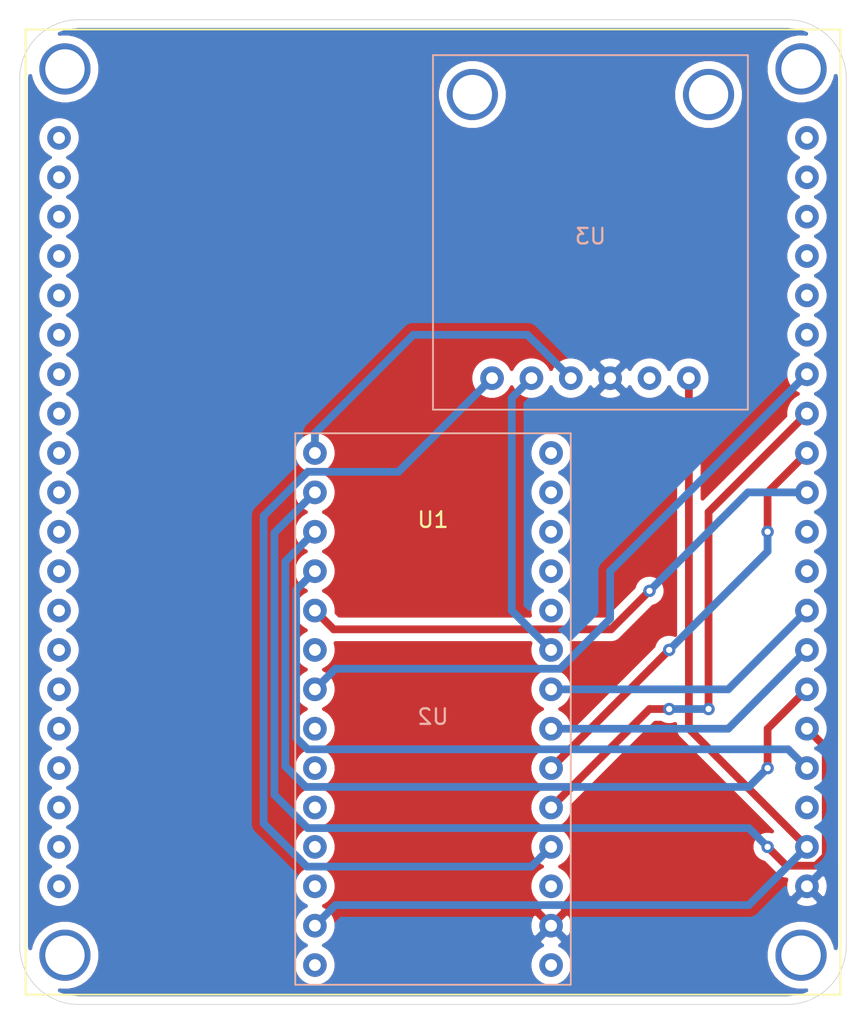
<source format=kicad_pcb>
(kicad_pcb (version 20171130) (host pcbnew "(5.1.9)-1")

  (general
    (thickness 1.6)
    (drawings 8)
    (tracks 74)
    (zones 0)
    (modules 3)
    (nets 59)
  )

  (page A4)
  (layers
    (0 F.Cu signal)
    (31 B.Cu signal)
    (32 B.Adhes user)
    (33 F.Adhes user)
    (34 B.Paste user)
    (35 F.Paste user)
    (36 B.SilkS user)
    (37 F.SilkS user)
    (38 B.Mask user)
    (39 F.Mask user)
    (40 Dwgs.User user)
    (41 Cmts.User user)
    (42 Eco1.User user)
    (43 Eco2.User user)
    (44 Edge.Cuts user)
    (45 Margin user)
    (46 B.CrtYd user)
    (47 F.CrtYd user)
    (48 B.Fab user)
    (49 F.Fab user)
  )

  (setup
    (last_trace_width 0.5)
    (user_trace_width 0.5)
    (trace_clearance 0.2)
    (zone_clearance 0.508)
    (zone_45_only no)
    (trace_min 0.2)
    (via_size 0.8)
    (via_drill 0.4)
    (via_min_size 0.4)
    (via_min_drill 0.3)
    (uvia_size 0.3)
    (uvia_drill 0.1)
    (uvias_allowed no)
    (uvia_min_size 0.2)
    (uvia_min_drill 0.1)
    (edge_width 0.05)
    (segment_width 0.2)
    (pcb_text_width 0.3)
    (pcb_text_size 1.5 1.5)
    (mod_edge_width 0.12)
    (mod_text_size 1 1)
    (mod_text_width 0.15)
    (pad_size 1.524 1.524)
    (pad_drill 0.762)
    (pad_to_mask_clearance 0)
    (aux_axis_origin 0 0)
    (visible_elements FFFFFF7F)
    (pcbplotparams
      (layerselection 0x010fc_ffffffff)
      (usegerberextensions false)
      (usegerberattributes true)
      (usegerberadvancedattributes true)
      (creategerberjobfile true)
      (excludeedgelayer true)
      (linewidth 0.100000)
      (plotframeref false)
      (viasonmask false)
      (mode 1)
      (useauxorigin false)
      (hpglpennumber 1)
      (hpglpenspeed 20)
      (hpglpendiameter 15.000000)
      (psnegative false)
      (psa4output false)
      (plotreference true)
      (plotvalue true)
      (plotinvisibletext false)
      (padsonsilk false)
      (subtractmaskfromsilk false)
      (outputformat 1)
      (mirror false)
      (drillshape 1)
      (scaleselection 1)
      (outputdirectory ""))
  )

  (net 0 "")
  (net 1 "Net-(U1-Pad1)")
  (net 2 "Net-(U1-Pad2)")
  (net 3 "Net-(U1-Pad3)")
  (net 4 "Net-(U1-Pad4)")
  (net 5 "Net-(U1-Pad5)")
  (net 6 "Net-(U1-Pad6)")
  (net 7 "Net-(U1-Pad7)")
  (net 8 "Net-(U1-Pad8)")
  (net 9 "Net-(U1-Pad9)")
  (net 10 "Net-(U1-Pad10)")
  (net 11 "Net-(U1-Pad11)")
  (net 12 "Net-(U1-Pad12)")
  (net 13 "Net-(U1-Pad13)")
  (net 14 "Net-(U1-Pad14)")
  (net 15 "Net-(U1-Pad15)")
  (net 16 "Net-(U1-Pad16)")
  (net 17 "Net-(U1-Pad17)")
  (net 18 "Net-(U1-Pad18)")
  (net 19 "Net-(U1-Pad19)")
  (net 20 "Net-(U1-Pad20)")
  (net 21 GND)
  (net 22 +3V3)
  (net 23 "Net-(U1-Pad23)")
  (net 24 SCK)
  (net 25 MISO)
  (net 26 MOSI)
  (net 27 TFT_CS)
  (net 28 TFT_DC)
  (net 29 "Net-(U1-Pad29)")
  (net 30 "Net-(U1-Pad30)")
  (net 31 Y+)
  (net 32 X+)
  (net 33 Y-)
  (net 34 X-)
  (net 35 "Net-(U1-Pad35)")
  (net 36 "Net-(U1-Pad36)")
  (net 37 "Net-(U1-Pad37)")
  (net 38 "Net-(U1-Pad38)")
  (net 39 "Net-(U1-Pad39)")
  (net 40 "Net-(U1-Pad40)")
  (net 41 "Net-(U2-Pad1)")
  (net 42 "Net-(U2-Pad2)")
  (net 43 "Net-(U2-Pad3)")
  (net 44 "Net-(U2-Pad4)")
  (net 45 "Net-(U2-Pad5)")
  (net 46 TC_CS)
  (net 47 TC_CLK)
  (net 48 "Net-(U2-Pad12)")
  (net 49 "Net-(U2-Pad14)")
  (net 50 "Net-(U2-Pad15)")
  (net 51 "Net-(U2-Pad17)")
  (net 52 "Net-(U2-Pad18)")
  (net 53 "Net-(U2-Pad19)")
  (net 54 "Net-(U2-Pad20)")
  (net 55 "Net-(U2-Pad21)")
  (net 56 "Net-(U2-Pad23)")
  (net 57 TC_DO)
  (net 58 "Net-(U3-Pad2)")

  (net_class Default "This is the default net class."
    (clearance 0.2)
    (trace_width 0.25)
    (via_dia 0.8)
    (via_drill 0.4)
    (uvia_dia 0.3)
    (uvia_drill 0.1)
    (add_net +3V3)
    (add_net GND)
    (add_net MISO)
    (add_net MOSI)
    (add_net "Net-(U1-Pad1)")
    (add_net "Net-(U1-Pad10)")
    (add_net "Net-(U1-Pad11)")
    (add_net "Net-(U1-Pad12)")
    (add_net "Net-(U1-Pad13)")
    (add_net "Net-(U1-Pad14)")
    (add_net "Net-(U1-Pad15)")
    (add_net "Net-(U1-Pad16)")
    (add_net "Net-(U1-Pad17)")
    (add_net "Net-(U1-Pad18)")
    (add_net "Net-(U1-Pad19)")
    (add_net "Net-(U1-Pad2)")
    (add_net "Net-(U1-Pad20)")
    (add_net "Net-(U1-Pad23)")
    (add_net "Net-(U1-Pad29)")
    (add_net "Net-(U1-Pad3)")
    (add_net "Net-(U1-Pad30)")
    (add_net "Net-(U1-Pad35)")
    (add_net "Net-(U1-Pad36)")
    (add_net "Net-(U1-Pad37)")
    (add_net "Net-(U1-Pad38)")
    (add_net "Net-(U1-Pad39)")
    (add_net "Net-(U1-Pad4)")
    (add_net "Net-(U1-Pad40)")
    (add_net "Net-(U1-Pad5)")
    (add_net "Net-(U1-Pad6)")
    (add_net "Net-(U1-Pad7)")
    (add_net "Net-(U1-Pad8)")
    (add_net "Net-(U1-Pad9)")
    (add_net "Net-(U2-Pad1)")
    (add_net "Net-(U2-Pad12)")
    (add_net "Net-(U2-Pad14)")
    (add_net "Net-(U2-Pad15)")
    (add_net "Net-(U2-Pad17)")
    (add_net "Net-(U2-Pad18)")
    (add_net "Net-(U2-Pad19)")
    (add_net "Net-(U2-Pad2)")
    (add_net "Net-(U2-Pad20)")
    (add_net "Net-(U2-Pad21)")
    (add_net "Net-(U2-Pad23)")
    (add_net "Net-(U2-Pad3)")
    (add_net "Net-(U2-Pad4)")
    (add_net "Net-(U2-Pad5)")
    (add_net "Net-(U3-Pad2)")
    (add_net SCK)
    (add_net TC_CLK)
    (add_net TC_CS)
    (add_net TC_DO)
    (add_net TFT_CS)
    (add_net TFT_DC)
    (add_net X+)
    (add_net X-)
    (add_net Y+)
    (add_net Y-)
  )

  (module Modules:Adafruit_24_TFT (layer F.Cu) (tedit 632F384E) (tstamp 632FB427)
    (at 149.86 93.98)
    (path /63260F31)
    (fp_text reference U1 (at 0 0.5) (layer F.SilkS)
      (effects (font (size 1 1) (thickness 0.15)))
    )
    (fp_text value Adafruit_24_TFT (at 0 -0.5) (layer F.Fab)
      (effects (font (size 1 1) (thickness 0.15)))
    )
    (fp_line (start -26.289 31.115) (end 26.289 31.115) (layer F.SilkS) (width 0.12))
    (fp_line (start -26.289 -31.115) (end -26.289 31.115) (layer F.SilkS) (width 0.12))
    (fp_line (start 26.289 -31.115) (end 26.289 31.115) (layer F.SilkS) (width 0.12))
    (fp_line (start -26.289 -31.115) (end 26.289 -31.115) (layer F.SilkS) (width 0.12))
    (pad 1 thru_hole circle (at -24.13 -24.13) (size 1.524 1.524) (drill 0.762) (layers *.Cu *.Mask)
      (net 1 "Net-(U1-Pad1)"))
    (pad 2 thru_hole circle (at -24.13 -21.59) (size 1.524 1.524) (drill 0.762) (layers *.Cu *.Mask)
      (net 2 "Net-(U1-Pad2)"))
    (pad 3 thru_hole circle (at -24.13 -19.05) (size 1.524 1.524) (drill 0.762) (layers *.Cu *.Mask)
      (net 3 "Net-(U1-Pad3)"))
    (pad 4 thru_hole circle (at -24.13 -16.51) (size 1.524 1.524) (drill 0.762) (layers *.Cu *.Mask)
      (net 4 "Net-(U1-Pad4)"))
    (pad 5 thru_hole circle (at -24.13 -13.97) (size 1.524 1.524) (drill 0.762) (layers *.Cu *.Mask)
      (net 5 "Net-(U1-Pad5)"))
    (pad 6 thru_hole circle (at -24.13 -11.43) (size 1.524 1.524) (drill 0.762) (layers *.Cu *.Mask)
      (net 6 "Net-(U1-Pad6)"))
    (pad 7 thru_hole circle (at -24.13 -8.89) (size 1.524 1.524) (drill 0.762) (layers *.Cu *.Mask)
      (net 7 "Net-(U1-Pad7)"))
    (pad 8 thru_hole circle (at -24.13 -6.35) (size 1.524 1.524) (drill 0.762) (layers *.Cu *.Mask)
      (net 8 "Net-(U1-Pad8)"))
    (pad 9 thru_hole circle (at -24.13 -3.81) (size 1.524 1.524) (drill 0.762) (layers *.Cu *.Mask)
      (net 9 "Net-(U1-Pad9)"))
    (pad 10 thru_hole circle (at -24.13 -1.27) (size 1.524 1.524) (drill 0.762) (layers *.Cu *.Mask)
      (net 10 "Net-(U1-Pad10)"))
    (pad 11 thru_hole circle (at -24.13 1.27) (size 1.524 1.524) (drill 0.762) (layers *.Cu *.Mask)
      (net 11 "Net-(U1-Pad11)"))
    (pad 12 thru_hole circle (at -24.13 3.81) (size 1.524 1.524) (drill 0.762) (layers *.Cu *.Mask)
      (net 12 "Net-(U1-Pad12)"))
    (pad 13 thru_hole circle (at -24.13 6.35) (size 1.524 1.524) (drill 0.762) (layers *.Cu *.Mask)
      (net 13 "Net-(U1-Pad13)"))
    (pad 14 thru_hole circle (at -24.13 8.89) (size 1.524 1.524) (drill 0.762) (layers *.Cu *.Mask)
      (net 14 "Net-(U1-Pad14)"))
    (pad 15 thru_hole circle (at -24.13 11.43) (size 1.524 1.524) (drill 0.762) (layers *.Cu *.Mask)
      (net 15 "Net-(U1-Pad15)"))
    (pad 16 thru_hole circle (at -24.13 13.97) (size 1.524 1.524) (drill 0.762) (layers *.Cu *.Mask)
      (net 16 "Net-(U1-Pad16)"))
    (pad 17 thru_hole circle (at -24.13 16.51) (size 1.524 1.524) (drill 0.762) (layers *.Cu *.Mask)
      (net 17 "Net-(U1-Pad17)"))
    (pad 18 thru_hole circle (at -24.13 19.05) (size 1.524 1.524) (drill 0.762) (layers *.Cu *.Mask)
      (net 18 "Net-(U1-Pad18)"))
    (pad 19 thru_hole circle (at -24.13 21.59) (size 1.524 1.524) (drill 0.762) (layers *.Cu *.Mask)
      (net 19 "Net-(U1-Pad19)"))
    (pad 20 thru_hole circle (at -24.13 24.13) (size 1.524 1.524) (drill 0.762) (layers *.Cu *.Mask)
      (net 20 "Net-(U1-Pad20)"))
    (pad 21 thru_hole circle (at 24.13 24.13) (size 1.524 1.524) (drill 0.762) (layers *.Cu *.Mask)
      (net 21 GND))
    (pad 22 thru_hole circle (at 24.13 21.59) (size 1.524 1.524) (drill 0.762) (layers *.Cu *.Mask)
      (net 22 +3V3))
    (pad 23 thru_hole circle (at 24.13 19.05) (size 1.524 1.524) (drill 0.762) (layers *.Cu *.Mask)
      (net 23 "Net-(U1-Pad23)"))
    (pad 24 thru_hole circle (at 24.13 16.51) (size 1.524 1.524) (drill 0.762) (layers *.Cu *.Mask)
      (net 24 SCK))
    (pad 25 thru_hole circle (at 24.13 13.97) (size 1.524 1.524) (drill 0.762) (layers *.Cu *.Mask)
      (net 25 MISO))
    (pad 26 thru_hole circle (at 24.13 11.43) (size 1.524 1.524) (drill 0.762) (layers *.Cu *.Mask)
      (net 26 MOSI))
    (pad 27 thru_hole circle (at 24.13 8.89) (size 1.524 1.524) (drill 0.762) (layers *.Cu *.Mask)
      (net 27 TFT_CS))
    (pad 28 thru_hole circle (at 24.13 6.35) (size 1.524 1.524) (drill 0.762) (layers *.Cu *.Mask)
      (net 28 TFT_DC))
    (pad 29 thru_hole circle (at 24.13 3.81) (size 1.524 1.524) (drill 0.762) (layers *.Cu *.Mask)
      (net 29 "Net-(U1-Pad29)"))
    (pad 30 thru_hole circle (at 24.13 1.27) (size 1.524 1.524) (drill 0.762) (layers *.Cu *.Mask)
      (net 30 "Net-(U1-Pad30)"))
    (pad 31 thru_hole circle (at 24.13 -1.27) (size 1.524 1.524) (drill 0.762) (layers *.Cu *.Mask)
      (net 31 Y+))
    (pad 32 thru_hole circle (at 24.13 -3.81) (size 1.524 1.524) (drill 0.762) (layers *.Cu *.Mask)
      (net 32 X+))
    (pad 33 thru_hole circle (at 24.13 -6.35) (size 1.524 1.524) (drill 0.762) (layers *.Cu *.Mask)
      (net 33 Y-))
    (pad 34 thru_hole circle (at 24.13 -8.89) (size 1.524 1.524) (drill 0.762) (layers *.Cu *.Mask)
      (net 34 X-))
    (pad 35 thru_hole circle (at 24.13 -11.43) (size 1.524 1.524) (drill 0.762) (layers *.Cu *.Mask)
      (net 35 "Net-(U1-Pad35)"))
    (pad 36 thru_hole circle (at 24.13 -13.97) (size 1.524 1.524) (drill 0.762) (layers *.Cu *.Mask)
      (net 36 "Net-(U1-Pad36)"))
    (pad 37 thru_hole circle (at 24.13 -16.51) (size 1.524 1.524) (drill 0.762) (layers *.Cu *.Mask)
      (net 37 "Net-(U1-Pad37)"))
    (pad 38 thru_hole circle (at 24.13 -19.05) (size 1.524 1.524) (drill 0.762) (layers *.Cu *.Mask)
      (net 38 "Net-(U1-Pad38)"))
    (pad 39 thru_hole circle (at 24.13 -21.59) (size 1.524 1.524) (drill 0.762) (layers *.Cu *.Mask)
      (net 39 "Net-(U1-Pad39)"))
    (pad 40 thru_hole circle (at 24.13 -24.13) (size 1.524 1.524) (drill 0.762) (layers *.Cu *.Mask)
      (net 40 "Net-(U1-Pad40)"))
    (pad "" thru_hole circle (at -23.749 -28.575) (size 3.302 3.302) (drill 2.54) (layers *.Cu *.Mask))
    (pad "" thru_hole circle (at 23.749 -28.575) (size 3.302 3.302) (drill 2.54) (layers *.Cu *.Mask))
    (pad "" thru_hole circle (at -23.749 28.575) (size 3.302 3.302) (drill 2.54) (layers *.Cu *.Mask))
    (pad "" thru_hole circle (at 23.749 28.575) (size 3.302 3.302) (drill 2.54) (layers *.Cu *.Mask))
  )

  (module Modules:Adafruit_ItsyBitsy_M0 (layer B.Cu) (tedit 632F3B78) (tstamp 632FB00E)
    (at 149.86 106.68 180)
    (path /63261DFE)
    (fp_text reference U2 (at 0 -0.5) (layer B.SilkS)
      (effects (font (size 1 1) (thickness 0.15)) (justify mirror))
    )
    (fp_text value Adafruit_ItsyBitsy_M0 (at 0 19.05) (layer B.Fab)
      (effects (font (size 1 1) (thickness 0.15)) (justify mirror))
    )
    (fp_line (start -8.89 17.78) (end 8.89 17.78) (layer B.SilkS) (width 0.12))
    (fp_line (start -8.89 17.78) (end -8.89 -17.78) (layer B.SilkS) (width 0.12))
    (fp_line (start -8.89 -17.78) (end 8.89 -17.78) (layer B.SilkS) (width 0.12))
    (fp_line (start 8.89 17.78) (end 8.89 -17.78) (layer B.SilkS) (width 0.12))
    (pad 1 thru_hole circle (at -7.62 16.51 180) (size 1.524 1.524) (drill 0.762) (layers *.Cu *.Mask)
      (net 41 "Net-(U2-Pad1)"))
    (pad 2 thru_hole circle (at -7.62 13.97 180) (size 1.524 1.524) (drill 0.762) (layers *.Cu *.Mask)
      (net 42 "Net-(U2-Pad2)"))
    (pad 3 thru_hole circle (at -7.62 11.43 180) (size 1.524 1.524) (drill 0.762) (layers *.Cu *.Mask)
      (net 43 "Net-(U2-Pad3)"))
    (pad 4 thru_hole circle (at -7.62 8.89 180) (size 1.524 1.524) (drill 0.762) (layers *.Cu *.Mask)
      (net 44 "Net-(U2-Pad4)"))
    (pad 5 thru_hole circle (at -7.62 6.35 180) (size 1.524 1.524) (drill 0.762) (layers *.Cu *.Mask)
      (net 45 "Net-(U2-Pad5)"))
    (pad 6 thru_hole circle (at -7.62 3.81 180) (size 1.524 1.524) (drill 0.762) (layers *.Cu *.Mask)
      (net 46 TC_CS))
    (pad 7 thru_hole circle (at -7.62 1.27 180) (size 1.524 1.524) (drill 0.762) (layers *.Cu *.Mask)
      (net 28 TFT_DC))
    (pad 8 thru_hole circle (at -7.62 -1.27 180) (size 1.524 1.524) (drill 0.762) (layers *.Cu *.Mask)
      (net 27 TFT_CS))
    (pad 9 thru_hole circle (at -7.62 -3.81 180) (size 1.524 1.524) (drill 0.762) (layers *.Cu *.Mask)
      (net 32 X+))
    (pad 10 thru_hole circle (at -7.62 -6.35 180) (size 1.524 1.524) (drill 0.762) (layers *.Cu *.Mask)
      (net 33 Y-))
    (pad 11 thru_hole circle (at -7.62 -8.89 180) (size 1.524 1.524) (drill 0.762) (layers *.Cu *.Mask)
      (net 47 TC_CLK))
    (pad 12 thru_hole circle (at -7.62 -11.43 180) (size 1.524 1.524) (drill 0.762) (layers *.Cu *.Mask)
      (net 48 "Net-(U2-Pad12)"))
    (pad 13 thru_hole circle (at -7.62 -13.97 180) (size 1.524 1.524) (drill 0.762) (layers *.Cu *.Mask)
      (net 21 GND))
    (pad 14 thru_hole circle (at -7.62 -16.51 180) (size 1.524 1.524) (drill 0.762) (layers *.Cu *.Mask)
      (net 49 "Net-(U2-Pad14)"))
    (pad 15 thru_hole circle (at 7.62 -16.51 180) (size 1.524 1.524) (drill 0.762) (layers *.Cu *.Mask)
      (net 50 "Net-(U2-Pad15)"))
    (pad 16 thru_hole circle (at 7.62 -13.97 180) (size 1.524 1.524) (drill 0.762) (layers *.Cu *.Mask)
      (net 22 +3V3))
    (pad 17 thru_hole circle (at 7.62 -11.43 180) (size 1.524 1.524) (drill 0.762) (layers *.Cu *.Mask)
      (net 51 "Net-(U2-Pad17)"))
    (pad 18 thru_hole circle (at 7.62 -8.89 180) (size 1.524 1.524) (drill 0.762) (layers *.Cu *.Mask)
      (net 52 "Net-(U2-Pad18)"))
    (pad 19 thru_hole circle (at 7.62 -6.35 180) (size 1.524 1.524) (drill 0.762) (layers *.Cu *.Mask)
      (net 53 "Net-(U2-Pad19)"))
    (pad 20 thru_hole circle (at 7.62 -3.81 180) (size 1.524 1.524) (drill 0.762) (layers *.Cu *.Mask)
      (net 54 "Net-(U2-Pad20)"))
    (pad 21 thru_hole circle (at 7.62 -1.27 180) (size 1.524 1.524) (drill 0.762) (layers *.Cu *.Mask)
      (net 55 "Net-(U2-Pad21)"))
    (pad 22 thru_hole circle (at 7.62 1.27 180) (size 1.524 1.524) (drill 0.762) (layers *.Cu *.Mask)
      (net 34 X-))
    (pad 23 thru_hole circle (at 7.62 3.81 180) (size 1.524 1.524) (drill 0.762) (layers *.Cu *.Mask)
      (net 56 "Net-(U2-Pad23)"))
    (pad 24 thru_hole circle (at 7.62 6.35 180) (size 1.524 1.524) (drill 0.762) (layers *.Cu *.Mask)
      (net 31 Y+))
    (pad 25 thru_hole circle (at 7.62 8.89 180) (size 1.524 1.524) (drill 0.762) (layers *.Cu *.Mask)
      (net 24 SCK))
    (pad 26 thru_hole circle (at 7.62 11.43 180) (size 1.524 1.524) (drill 0.762) (layers *.Cu *.Mask)
      (net 26 MOSI))
    (pad 27 thru_hole circle (at 7.62 13.97 180) (size 1.524 1.524) (drill 0.762) (layers *.Cu *.Mask)
      (net 25 MISO))
    (pad 28 thru_hole circle (at 7.62 16.51 180) (size 1.524 1.524) (drill 0.762) (layers *.Cu *.Mask)
      (net 57 TC_DO))
  )

  (module Modules:Adafruit_MAX31855 (layer B.Cu) (tedit 632F3F54) (tstamp 632FB01E)
    (at 160.02 76.2 180)
    (path /63262A86)
    (fp_text reference U3 (at 0 0) (layer B.SilkS)
      (effects (font (size 1 1) (thickness 0.15)) (justify mirror))
    )
    (fp_text value Adafruit_MAX31855 (at 0 13.97) (layer B.Fab)
      (effects (font (size 1 1) (thickness 0.15)) (justify mirror))
    )
    (fp_line (start -10.16 11.684) (end 10.16 11.684) (layer B.SilkS) (width 0.12))
    (fp_line (start -10.16 11.684) (end -10.16 -11.176) (layer B.SilkS) (width 0.12))
    (fp_line (start 10.16 11.684) (end 10.16 -11.176) (layer B.SilkS) (width 0.12))
    (fp_line (start -10.16 -11.176) (end 10.16 -11.176) (layer B.SilkS) (width 0.12))
    (pad 1 thru_hole circle (at -6.35 -9.144 90) (size 1.524 1.524) (drill 0.762) (layers *.Cu *.Mask)
      (net 22 +3V3))
    (pad 2 thru_hole circle (at -3.81 -9.144 90) (size 1.524 1.524) (drill 0.762) (layers *.Cu *.Mask)
      (net 58 "Net-(U3-Pad2)"))
    (pad 3 thru_hole circle (at -1.27 -9.144 90) (size 1.524 1.524) (drill 0.762) (layers *.Cu *.Mask)
      (net 21 GND))
    (pad 4 thru_hole circle (at 1.27 -9.144 90) (size 1.524 1.524) (drill 0.762) (layers *.Cu *.Mask)
      (net 57 TC_DO))
    (pad 5 thru_hole circle (at 3.81 -9.144 90) (size 1.524 1.524) (drill 0.762) (layers *.Cu *.Mask)
      (net 46 TC_CS))
    (pad 6 thru_hole circle (at 6.35 -9.144 90) (size 1.524 1.524) (drill 0.762) (layers *.Cu *.Mask)
      (net 47 TC_CLK))
    (pad "" thru_hole circle (at -7.62 9.144 180) (size 3.302 3.302) (drill 2.54) (layers *.Cu *.Mask))
    (pad "" thru_hole circle (at 7.62 9.144 180) (size 3.302 3.302) (drill 2.54) (layers *.Cu *.Mask))
  )

  (gr_line (start 127 125.73) (end 172.72 125.73) (layer Edge.Cuts) (width 0.05) (tstamp 632FB5C6))
  (gr_line (start 123.19 66.04) (end 123.19 121.92) (layer Edge.Cuts) (width 0.05) (tstamp 632FB5C5))
  (gr_line (start 172.72 62.23) (end 127 62.23) (layer Edge.Cuts) (width 0.05) (tstamp 632FB5C4))
  (gr_line (start 176.53 121.92) (end 176.53 66.04) (layer Edge.Cuts) (width 0.05) (tstamp 632FB5C3))
  (gr_arc (start 172.72 121.92) (end 172.72 125.73) (angle -90) (layer Edge.Cuts) (width 0.05))
  (gr_arc (start 127 121.92) (end 123.19 121.92) (angle -90) (layer Edge.Cuts) (width 0.05))
  (gr_arc (start 127 66.04) (end 127 62.23) (angle -90) (layer Edge.Cuts) (width 0.05))
  (gr_arc (start 172.72 66.04) (end 176.53 66.04) (angle -90) (layer Edge.Cuts) (width 0.05))

  (segment (start 166.37 107.95) (end 166.37 85.344) (width 0.5) (layer F.Cu) (net 22))
  (segment (start 173.99 115.57) (end 166.37 107.95) (width 0.5) (layer F.Cu) (net 22))
  (segment (start 170.237999 119.322001) (end 173.99 115.57) (width 0.5) (layer B.Cu) (net 22))
  (segment (start 143.567999 119.322001) (end 170.237999 119.322001) (width 0.5) (layer B.Cu) (net 22))
  (segment (start 142.24 120.65) (end 143.567999 119.322001) (width 0.5) (layer B.Cu) (net 22))
  (segment (start 172.777999 109.277999) (end 173.99 110.49) (width 0.5) (layer B.Cu) (net 24))
  (segment (start 141.774237 109.277999) (end 172.777999 109.277999) (width 0.5) (layer B.Cu) (net 24))
  (segment (start 141.027999 108.531761) (end 141.774237 109.277999) (width 0.5) (layer B.Cu) (net 24))
  (segment (start 141.027999 99.002001) (end 141.027999 108.531761) (width 0.5) (layer B.Cu) (net 24))
  (segment (start 142.24 97.79) (end 141.027999 99.002001) (width 0.5) (layer B.Cu) (net 24))
  (segment (start 141.774237 114.357999) (end 170.237999 114.357999) (width 0.5) (layer B.Cu) (net 25))
  (segment (start 139.627979 112.211741) (end 141.774237 114.357999) (width 0.5) (layer B.Cu) (net 25))
  (segment (start 139.627979 95.322021) (end 139.627979 112.211741) (width 0.5) (layer B.Cu) (net 25))
  (segment (start 142.24 92.71) (end 139.627979 95.322021) (width 0.5) (layer B.Cu) (net 25))
  (via (at 171.45 115.57) (size 0.8) (drill 0.4) (layers F.Cu B.Cu) (net 25))
  (segment (start 170.237999 114.357999) (end 171.45 115.57) (width 0.5) (layer B.Cu) (net 25))
  (segment (start 175.202001 109.162001) (end 173.99 107.95) (width 0.5) (layer F.Cu) (net 25))
  (segment (start 175.202001 116.151761) (end 175.202001 109.162001) (width 0.5) (layer F.Cu) (net 25))
  (segment (start 174.571761 116.782001) (end 175.202001 116.151761) (width 0.5) (layer F.Cu) (net 25))
  (segment (start 172.662001 116.782001) (end 174.571761 116.782001) (width 0.5) (layer F.Cu) (net 25))
  (segment (start 171.45 115.57) (end 172.662001 116.782001) (width 0.5) (layer F.Cu) (net 25))
  (segment (start 141.658239 111.702001) (end 170.237999 111.702001) (width 0.5) (layer B.Cu) (net 26))
  (segment (start 140.327989 110.371751) (end 141.658239 111.702001) (width 0.5) (layer B.Cu) (net 26))
  (segment (start 140.327989 97.162011) (end 140.327989 110.371751) (width 0.5) (layer B.Cu) (net 26))
  (segment (start 142.24 95.25) (end 140.327989 97.162011) (width 0.5) (layer B.Cu) (net 26))
  (via (at 171.45 110.49) (size 0.8) (drill 0.4) (layers F.Cu B.Cu) (net 26))
  (segment (start 170.237999 111.702001) (end 171.45 110.49) (width 0.5) (layer B.Cu) (net 26))
  (segment (start 171.45 107.95) (end 173.99 105.41) (width 0.5) (layer F.Cu) (net 26))
  (segment (start 171.45 110.49) (end 171.45 107.95) (width 0.5) (layer F.Cu) (net 26))
  (segment (start 168.91 107.95) (end 157.48 107.95) (width 0.5) (layer B.Cu) (net 27))
  (segment (start 173.99 102.87) (end 168.91 107.95) (width 0.5) (layer B.Cu) (net 27))
  (segment (start 168.91 105.41) (end 173.99 100.33) (width 0.5) (layer B.Cu) (net 28))
  (segment (start 157.48 105.41) (end 168.91 105.41) (width 0.5) (layer B.Cu) (net 28))
  (segment (start 143.452001 101.542001) (end 161.347999 101.542001) (width 0.5) (layer F.Cu) (net 31))
  (segment (start 142.24 100.33) (end 143.452001 101.542001) (width 0.5) (layer F.Cu) (net 31))
  (via (at 163.83 99.06) (size 0.8) (drill 0.4) (layers F.Cu B.Cu) (net 31))
  (segment (start 161.347999 101.542001) (end 163.83 99.06) (width 0.5) (layer F.Cu) (net 31))
  (segment (start 170.18 92.71) (end 173.99 92.71) (width 0.5) (layer B.Cu) (net 31))
  (segment (start 163.83 99.06) (end 170.18 92.71) (width 0.5) (layer B.Cu) (net 31))
  (via (at 165.1 102.87) (size 0.8) (drill 0.4) (layers F.Cu B.Cu) (net 32))
  (segment (start 157.48 110.49) (end 165.1 102.87) (width 0.5) (layer F.Cu) (net 32))
  (segment (start 171.45 96.52) (end 171.45 95.25) (width 0.5) (layer B.Cu) (net 32))
  (via (at 171.45 95.25) (size 0.8) (drill 0.4) (layers F.Cu B.Cu) (net 32))
  (segment (start 165.1 102.87) (end 171.45 96.52) (width 0.5) (layer B.Cu) (net 32))
  (segment (start 171.45 92.71) (end 173.99 90.17) (width 0.5) (layer F.Cu) (net 32))
  (segment (start 171.45 95.25) (end 171.45 92.71) (width 0.5) (layer F.Cu) (net 32))
  (segment (start 173.99 87.63) (end 168.91 92.71) (width 0.5) (layer F.Cu) (net 33))
  (via (at 167.64 106.68) (size 0.8) (drill 0.4) (layers F.Cu B.Cu) (net 33))
  (segment (start 167.64 93.98) (end 167.64 106.68) (width 0.5) (layer F.Cu) (net 33))
  (segment (start 168.91 92.71) (end 167.64 93.98) (width 0.5) (layer F.Cu) (net 33))
  (via (at 165.1 106.68) (size 0.8) (drill 0.4) (layers F.Cu B.Cu) (net 33))
  (segment (start 167.64 106.68) (end 165.1 106.68) (width 0.5) (layer B.Cu) (net 33))
  (segment (start 163.83 106.68) (end 157.48 113.03) (width 0.5) (layer F.Cu) (net 33))
  (segment (start 165.1 106.68) (end 163.83 106.68) (width 0.5) (layer F.Cu) (net 33))
  (segment (start 173.99 85.09) (end 173.99 85.613762) (width 0.5) (layer B.Cu) (net 34))
  (segment (start 161.29 97.79) (end 173.99 85.09) (width 0.5) (layer B.Cu) (net 34))
  (segment (start 161.29 100.853762) (end 161.29 97.79) (width 0.5) (layer B.Cu) (net 34))
  (segment (start 158.061761 104.082001) (end 161.29 100.853762) (width 0.5) (layer B.Cu) (net 34))
  (segment (start 143.567999 104.082001) (end 158.061761 104.082001) (width 0.5) (layer B.Cu) (net 34))
  (segment (start 142.24 105.41) (end 143.567999 104.082001) (width 0.5) (layer B.Cu) (net 34))
  (segment (start 157.48 102.87) (end 154.94 100.33) (width 0.5) (layer B.Cu) (net 46))
  (segment (start 154.94 86.614) (end 156.21 85.344) (width 0.5) (layer B.Cu) (net 46))
  (segment (start 154.94 100.33) (end 154.94 86.614) (width 0.5) (layer B.Cu) (net 46))
  (segment (start 157.48 115.57) (end 156.21 116.84) (width 0.5) (layer B.Cu) (net 47))
  (segment (start 147.631999 91.382001) (end 153.67 85.344) (width 0.5) (layer B.Cu) (net 47))
  (segment (start 138.927969 94.228269) (end 141.774237 91.382001) (width 0.5) (layer B.Cu) (net 47))
  (segment (start 141.774237 91.382001) (end 147.631999 91.382001) (width 0.5) (layer B.Cu) (net 47))
  (segment (start 138.927969 114.051731) (end 138.927969 94.228269) (width 0.5) (layer B.Cu) (net 47))
  (segment (start 141.716238 116.84) (end 138.927969 114.051731) (width 0.5) (layer B.Cu) (net 47))
  (segment (start 156.21 116.84) (end 141.716238 116.84) (width 0.5) (layer B.Cu) (net 47))
  (segment (start 142.24 90.17) (end 142.24 88.9) (width 0.5) (layer B.Cu) (net 57))
  (segment (start 142.24 88.9) (end 148.59 82.55) (width 0.5) (layer B.Cu) (net 57))
  (segment (start 155.956 82.55) (end 158.75 85.344) (width 0.5) (layer B.Cu) (net 57))
  (segment (start 148.59 82.55) (end 155.956 82.55) (width 0.5) (layer B.Cu) (net 57))

  (zone (net 21) (net_name GND) (layer F.Cu) (tstamp 0) (hatch edge 0.508)
    (connect_pads (clearance 0.508))
    (min_thickness 0.254)
    (fill yes (arc_segments 32) (thermal_gap 0.508) (thermal_bridge_width 0.508))
    (polygon
      (pts
        (xy 177.8 127) (xy 121.92 127) (xy 121.92 60.96) (xy 177.8 60.96)
      )
    )
    (filled_polygon
      (pts
        (xy 173.331222 62.953096) (xy 173.919164 63.130606) (xy 173.935102 63.13908) (xy 173.834151 63.119) (xy 173.383849 63.119)
        (xy 172.942198 63.20685) (xy 172.526173 63.379173) (xy 172.15176 63.629348) (xy 171.833348 63.94776) (xy 171.583173 64.322173)
        (xy 171.41085 64.738198) (xy 171.323 65.179849) (xy 171.323 65.630151) (xy 171.41085 66.071802) (xy 171.583173 66.487827)
        (xy 171.833348 66.86224) (xy 172.15176 67.180652) (xy 172.526173 67.430827) (xy 172.942198 67.60315) (xy 173.383849 67.691)
        (xy 173.834151 67.691) (xy 174.275802 67.60315) (xy 174.691827 67.430827) (xy 175.06624 67.180652) (xy 175.384652 66.86224)
        (xy 175.634827 66.487827) (xy 175.80715 66.071802) (xy 175.849848 65.857144) (xy 175.870001 66.048888) (xy 175.87 108.580927)
        (xy 175.858533 108.566954) (xy 175.858531 108.566952) (xy 175.830818 108.533184) (xy 175.79705 108.505471) (xy 175.385701 108.094122)
        (xy 175.387 108.087592) (xy 175.387 107.812408) (xy 175.333314 107.54251) (xy 175.228005 107.288273) (xy 175.07512 107.059465)
        (xy 174.880535 106.86488) (xy 174.651727 106.711995) (xy 174.574485 106.68) (xy 174.651727 106.648005) (xy 174.880535 106.49512)
        (xy 175.07512 106.300535) (xy 175.228005 106.071727) (xy 175.333314 105.81749) (xy 175.387 105.547592) (xy 175.387 105.272408)
        (xy 175.333314 105.00251) (xy 175.228005 104.748273) (xy 175.07512 104.519465) (xy 174.880535 104.32488) (xy 174.651727 104.171995)
        (xy 174.574485 104.14) (xy 174.651727 104.108005) (xy 174.880535 103.95512) (xy 175.07512 103.760535) (xy 175.228005 103.531727)
        (xy 175.333314 103.27749) (xy 175.387 103.007592) (xy 175.387 102.732408) (xy 175.333314 102.46251) (xy 175.228005 102.208273)
        (xy 175.07512 101.979465) (xy 174.880535 101.78488) (xy 174.651727 101.631995) (xy 174.574485 101.6) (xy 174.651727 101.568005)
        (xy 174.880535 101.41512) (xy 175.07512 101.220535) (xy 175.228005 100.991727) (xy 175.333314 100.73749) (xy 175.387 100.467592)
        (xy 175.387 100.192408) (xy 175.333314 99.92251) (xy 175.228005 99.668273) (xy 175.07512 99.439465) (xy 174.880535 99.24488)
        (xy 174.651727 99.091995) (xy 174.574485 99.06) (xy 174.651727 99.028005) (xy 174.880535 98.87512) (xy 175.07512 98.680535)
        (xy 175.228005 98.451727) (xy 175.333314 98.19749) (xy 175.387 97.927592) (xy 175.387 97.652408) (xy 175.333314 97.38251)
        (xy 175.228005 97.128273) (xy 175.07512 96.899465) (xy 174.880535 96.70488) (xy 174.651727 96.551995) (xy 174.574485 96.52)
        (xy 174.651727 96.488005) (xy 174.880535 96.33512) (xy 175.07512 96.140535) (xy 175.228005 95.911727) (xy 175.333314 95.65749)
        (xy 175.387 95.387592) (xy 175.387 95.112408) (xy 175.333314 94.84251) (xy 175.228005 94.588273) (xy 175.07512 94.359465)
        (xy 174.880535 94.16488) (xy 174.651727 94.011995) (xy 174.574485 93.98) (xy 174.651727 93.948005) (xy 174.880535 93.79512)
        (xy 175.07512 93.600535) (xy 175.228005 93.371727) (xy 175.333314 93.11749) (xy 175.387 92.847592) (xy 175.387 92.572408)
        (xy 175.333314 92.30251) (xy 175.228005 92.048273) (xy 175.07512 91.819465) (xy 174.880535 91.62488) (xy 174.651727 91.471995)
        (xy 174.574485 91.44) (xy 174.651727 91.408005) (xy 174.880535 91.25512) (xy 175.07512 91.060535) (xy 175.228005 90.831727)
        (xy 175.333314 90.57749) (xy 175.387 90.307592) (xy 175.387 90.032408) (xy 175.333314 89.76251) (xy 175.228005 89.508273)
        (xy 175.07512 89.279465) (xy 174.880535 89.08488) (xy 174.651727 88.931995) (xy 174.574485 88.9) (xy 174.651727 88.868005)
        (xy 174.880535 88.71512) (xy 175.07512 88.520535) (xy 175.228005 88.291727) (xy 175.333314 88.03749) (xy 175.387 87.767592)
        (xy 175.387 87.492408) (xy 175.333314 87.22251) (xy 175.228005 86.968273) (xy 175.07512 86.739465) (xy 174.880535 86.54488)
        (xy 174.651727 86.391995) (xy 174.574485 86.36) (xy 174.651727 86.328005) (xy 174.880535 86.17512) (xy 175.07512 85.980535)
        (xy 175.228005 85.751727) (xy 175.333314 85.49749) (xy 175.387 85.227592) (xy 175.387 84.952408) (xy 175.333314 84.68251)
        (xy 175.228005 84.428273) (xy 175.07512 84.199465) (xy 174.880535 84.00488) (xy 174.651727 83.851995) (xy 174.574485 83.82)
        (xy 174.651727 83.788005) (xy 174.880535 83.63512) (xy 175.07512 83.440535) (xy 175.228005 83.211727) (xy 175.333314 82.95749)
        (xy 175.387 82.687592) (xy 175.387 82.412408) (xy 175.333314 82.14251) (xy 175.228005 81.888273) (xy 175.07512 81.659465)
        (xy 174.880535 81.46488) (xy 174.651727 81.311995) (xy 174.574485 81.28) (xy 174.651727 81.248005) (xy 174.880535 81.09512)
        (xy 175.07512 80.900535) (xy 175.228005 80.671727) (xy 175.333314 80.41749) (xy 175.387 80.147592) (xy 175.387 79.872408)
        (xy 175.333314 79.60251) (xy 175.228005 79.348273) (xy 175.07512 79.119465) (xy 174.880535 78.92488) (xy 174.651727 78.771995)
        (xy 174.574485 78.74) (xy 174.651727 78.708005) (xy 174.880535 78.55512) (xy 175.07512 78.360535) (xy 175.228005 78.131727)
        (xy 175.333314 77.87749) (xy 175.387 77.607592) (xy 175.387 77.332408) (xy 175.333314 77.06251) (xy 175.228005 76.808273)
        (xy 175.07512 76.579465) (xy 174.880535 76.38488) (xy 174.651727 76.231995) (xy 174.574485 76.2) (xy 174.651727 76.168005)
        (xy 174.880535 76.01512) (xy 175.07512 75.820535) (xy 175.228005 75.591727) (xy 175.333314 75.33749) (xy 175.387 75.067592)
        (xy 175.387 74.792408) (xy 175.333314 74.52251) (xy 175.228005 74.268273) (xy 175.07512 74.039465) (xy 174.880535 73.84488)
        (xy 174.651727 73.691995) (xy 174.574485 73.66) (xy 174.651727 73.628005) (xy 174.880535 73.47512) (xy 175.07512 73.280535)
        (xy 175.228005 73.051727) (xy 175.333314 72.79749) (xy 175.387 72.527592) (xy 175.387 72.252408) (xy 175.333314 71.98251)
        (xy 175.228005 71.728273) (xy 175.07512 71.499465) (xy 174.880535 71.30488) (xy 174.651727 71.151995) (xy 174.574485 71.12)
        (xy 174.651727 71.088005) (xy 174.880535 70.93512) (xy 175.07512 70.740535) (xy 175.228005 70.511727) (xy 175.333314 70.25749)
        (xy 175.387 69.987592) (xy 175.387 69.712408) (xy 175.333314 69.44251) (xy 175.228005 69.188273) (xy 175.07512 68.959465)
        (xy 174.880535 68.76488) (xy 174.651727 68.611995) (xy 174.39749 68.506686) (xy 174.127592 68.453) (xy 173.852408 68.453)
        (xy 173.58251 68.506686) (xy 173.328273 68.611995) (xy 173.099465 68.76488) (xy 172.90488 68.959465) (xy 172.751995 69.188273)
        (xy 172.646686 69.44251) (xy 172.593 69.712408) (xy 172.593 69.987592) (xy 172.646686 70.25749) (xy 172.751995 70.511727)
        (xy 172.90488 70.740535) (xy 173.099465 70.93512) (xy 173.328273 71.088005) (xy 173.405515 71.12) (xy 173.328273 71.151995)
        (xy 173.099465 71.30488) (xy 172.90488 71.499465) (xy 172.751995 71.728273) (xy 172.646686 71.98251) (xy 172.593 72.252408)
        (xy 172.593 72.527592) (xy 172.646686 72.79749) (xy 172.751995 73.051727) (xy 172.90488 73.280535) (xy 173.099465 73.47512)
        (xy 173.328273 73.628005) (xy 173.405515 73.66) (xy 173.328273 73.691995) (xy 173.099465 73.84488) (xy 172.90488 74.039465)
        (xy 172.751995 74.268273) (xy 172.646686 74.52251) (xy 172.593 74.792408) (xy 172.593 75.067592) (xy 172.646686 75.33749)
        (xy 172.751995 75.591727) (xy 172.90488 75.820535) (xy 173.099465 76.01512) (xy 173.328273 76.168005) (xy 173.405515 76.2)
        (xy 173.328273 76.231995) (xy 173.099465 76.38488) (xy 172.90488 76.579465) (xy 172.751995 76.808273) (xy 172.646686 77.06251)
        (xy 172.593 77.332408) (xy 172.593 77.607592) (xy 172.646686 77.87749) (xy 172.751995 78.131727) (xy 172.90488 78.360535)
        (xy 173.099465 78.55512) (xy 173.328273 78.708005) (xy 173.405515 78.74) (xy 173.328273 78.771995) (xy 173.099465 78.92488)
        (xy 172.90488 79.119465) (xy 172.751995 79.348273) (xy 172.646686 79.60251) (xy 172.593 79.872408) (xy 172.593 80.147592)
        (xy 172.646686 80.41749) (xy 172.751995 80.671727) (xy 172.90488 80.900535) (xy 173.099465 81.09512) (xy 173.328273 81.248005)
        (xy 173.405515 81.28) (xy 173.328273 81.311995) (xy 173.099465 81.46488) (xy 172.90488 81.659465) (xy 172.751995 81.888273)
        (xy 172.646686 82.14251) (xy 172.593 82.412408) (xy 172.593 82.687592) (xy 172.646686 82.95749) (xy 172.751995 83.211727)
        (xy 172.90488 83.440535) (xy 173.099465 83.63512) (xy 173.328273 83.788005) (xy 173.405515 83.82) (xy 173.328273 83.851995)
        (xy 173.099465 84.00488) (xy 172.90488 84.199465) (xy 172.751995 84.428273) (xy 172.646686 84.68251) (xy 172.593 84.952408)
        (xy 172.593 85.227592) (xy 172.646686 85.49749) (xy 172.751995 85.751727) (xy 172.90488 85.980535) (xy 173.099465 86.17512)
        (xy 173.328273 86.328005) (xy 173.405515 86.36) (xy 173.328273 86.391995) (xy 173.099465 86.54488) (xy 172.90488 86.739465)
        (xy 172.751995 86.968273) (xy 172.646686 87.22251) (xy 172.593 87.492408) (xy 172.593 87.767592) (xy 172.594299 87.774122)
        (xy 168.314959 92.053463) (xy 168.314953 92.053468) (xy 167.255 93.113422) (xy 167.255 86.432818) (xy 167.260535 86.42912)
        (xy 167.45512 86.234535) (xy 167.608005 86.005727) (xy 167.713314 85.75149) (xy 167.767 85.481592) (xy 167.767 85.206408)
        (xy 167.713314 84.93651) (xy 167.608005 84.682273) (xy 167.45512 84.453465) (xy 167.260535 84.25888) (xy 167.031727 84.105995)
        (xy 166.77749 84.000686) (xy 166.507592 83.947) (xy 166.232408 83.947) (xy 165.96251 84.000686) (xy 165.708273 84.105995)
        (xy 165.479465 84.25888) (xy 165.28488 84.453465) (xy 165.131995 84.682273) (xy 165.1 84.759515) (xy 165.068005 84.682273)
        (xy 164.91512 84.453465) (xy 164.720535 84.25888) (xy 164.491727 84.105995) (xy 164.23749 84.000686) (xy 163.967592 83.947)
        (xy 163.692408 83.947) (xy 163.42251 84.000686) (xy 163.168273 84.105995) (xy 162.939465 84.25888) (xy 162.74488 84.453465)
        (xy 162.591995 84.682273) (xy 162.562308 84.753943) (xy 162.557636 84.740977) (xy 162.495656 84.62502) (xy 162.255565 84.55804)
        (xy 161.469605 85.344) (xy 162.255565 86.12996) (xy 162.495656 86.06298) (xy 162.559485 85.92724) (xy 162.591995 86.005727)
        (xy 162.74488 86.234535) (xy 162.939465 86.42912) (xy 163.168273 86.582005) (xy 163.42251 86.687314) (xy 163.692408 86.741)
        (xy 163.967592 86.741) (xy 164.23749 86.687314) (xy 164.491727 86.582005) (xy 164.720535 86.42912) (xy 164.91512 86.234535)
        (xy 165.068005 86.005727) (xy 165.1 85.928485) (xy 165.131995 86.005727) (xy 165.28488 86.234535) (xy 165.479465 86.42912)
        (xy 165.485001 86.432819) (xy 165.485 101.909196) (xy 165.401898 101.874774) (xy 165.201939 101.835) (xy 164.998061 101.835)
        (xy 164.798102 101.874774) (xy 164.609744 101.952795) (xy 164.440226 102.066063) (xy 164.296063 102.210226) (xy 164.182795 102.379744)
        (xy 164.104774 102.568102) (xy 164.093465 102.624956) (xy 158.877 107.841422) (xy 158.877 107.812408) (xy 158.823314 107.54251)
        (xy 158.718005 107.288273) (xy 158.56512 107.059465) (xy 158.370535 106.86488) (xy 158.141727 106.711995) (xy 158.064485 106.68)
        (xy 158.141727 106.648005) (xy 158.370535 106.49512) (xy 158.56512 106.300535) (xy 158.718005 106.071727) (xy 158.823314 105.81749)
        (xy 158.877 105.547592) (xy 158.877 105.272408) (xy 158.823314 105.00251) (xy 158.718005 104.748273) (xy 158.56512 104.519465)
        (xy 158.370535 104.32488) (xy 158.141727 104.171995) (xy 158.064485 104.14) (xy 158.141727 104.108005) (xy 158.370535 103.95512)
        (xy 158.56512 103.760535) (xy 158.718005 103.531727) (xy 158.823314 103.27749) (xy 158.877 103.007592) (xy 158.877 102.732408)
        (xy 158.823314 102.46251) (xy 158.808606 102.427001) (xy 161.30453 102.427001) (xy 161.347999 102.431282) (xy 161.391468 102.427001)
        (xy 161.391476 102.427001) (xy 161.521489 102.414196) (xy 161.688312 102.36359) (xy 161.842058 102.281412) (xy 161.976816 102.170818)
        (xy 162.004533 102.137045) (xy 164.075044 100.066535) (xy 164.131898 100.055226) (xy 164.320256 99.977205) (xy 164.489774 99.863937)
        (xy 164.633937 99.719774) (xy 164.747205 99.550256) (xy 164.825226 99.361898) (xy 164.865 99.161939) (xy 164.865 98.958061)
        (xy 164.825226 98.758102) (xy 164.747205 98.569744) (xy 164.633937 98.400226) (xy 164.489774 98.256063) (xy 164.320256 98.142795)
        (xy 164.131898 98.064774) (xy 163.931939 98.025) (xy 163.728061 98.025) (xy 163.528102 98.064774) (xy 163.339744 98.142795)
        (xy 163.170226 98.256063) (xy 163.026063 98.400226) (xy 162.912795 98.569744) (xy 162.834774 98.758102) (xy 162.823465 98.814956)
        (xy 160.981421 100.657001) (xy 158.839324 100.657001) (xy 158.877 100.467592) (xy 158.877 100.192408) (xy 158.823314 99.92251)
        (xy 158.718005 99.668273) (xy 158.56512 99.439465) (xy 158.370535 99.24488) (xy 158.141727 99.091995) (xy 158.064485 99.06)
        (xy 158.141727 99.028005) (xy 158.370535 98.87512) (xy 158.56512 98.680535) (xy 158.718005 98.451727) (xy 158.823314 98.19749)
        (xy 158.877 97.927592) (xy 158.877 97.652408) (xy 158.823314 97.38251) (xy 158.718005 97.128273) (xy 158.56512 96.899465)
        (xy 158.370535 96.70488) (xy 158.141727 96.551995) (xy 158.064485 96.52) (xy 158.141727 96.488005) (xy 158.370535 96.33512)
        (xy 158.56512 96.140535) (xy 158.718005 95.911727) (xy 158.823314 95.65749) (xy 158.877 95.387592) (xy 158.877 95.112408)
        (xy 158.823314 94.84251) (xy 158.718005 94.588273) (xy 158.56512 94.359465) (xy 158.370535 94.16488) (xy 158.141727 94.011995)
        (xy 158.064485 93.98) (xy 158.141727 93.948005) (xy 158.370535 93.79512) (xy 158.56512 93.600535) (xy 158.718005 93.371727)
        (xy 158.823314 93.11749) (xy 158.877 92.847592) (xy 158.877 92.572408) (xy 158.823314 92.30251) (xy 158.718005 92.048273)
        (xy 158.56512 91.819465) (xy 158.370535 91.62488) (xy 158.141727 91.471995) (xy 158.064485 91.44) (xy 158.141727 91.408005)
        (xy 158.370535 91.25512) (xy 158.56512 91.060535) (xy 158.718005 90.831727) (xy 158.823314 90.57749) (xy 158.877 90.307592)
        (xy 158.877 90.032408) (xy 158.823314 89.76251) (xy 158.718005 89.508273) (xy 158.56512 89.279465) (xy 158.370535 89.08488)
        (xy 158.141727 88.931995) (xy 157.88749 88.826686) (xy 157.617592 88.773) (xy 157.342408 88.773) (xy 157.07251 88.826686)
        (xy 156.818273 88.931995) (xy 156.589465 89.08488) (xy 156.39488 89.279465) (xy 156.241995 89.508273) (xy 156.136686 89.76251)
        (xy 156.083 90.032408) (xy 156.083 90.307592) (xy 156.136686 90.57749) (xy 156.241995 90.831727) (xy 156.39488 91.060535)
        (xy 156.589465 91.25512) (xy 156.818273 91.408005) (xy 156.895515 91.44) (xy 156.818273 91.471995) (xy 156.589465 91.62488)
        (xy 156.39488 91.819465) (xy 156.241995 92.048273) (xy 156.136686 92.30251) (xy 156.083 92.572408) (xy 156.083 92.847592)
        (xy 156.136686 93.11749) (xy 156.241995 93.371727) (xy 156.39488 93.600535) (xy 156.589465 93.79512) (xy 156.818273 93.948005)
        (xy 156.895515 93.98) (xy 156.818273 94.011995) (xy 156.589465 94.16488) (xy 156.39488 94.359465) (xy 156.241995 94.588273)
        (xy 156.136686 94.84251) (xy 156.083 95.112408) (xy 156.083 95.387592) (xy 156.136686 95.65749) (xy 156.241995 95.911727)
        (xy 156.39488 96.140535) (xy 156.589465 96.33512) (xy 156.818273 96.488005) (xy 156.895515 96.52) (xy 156.818273 96.551995)
        (xy 156.589465 96.70488) (xy 156.39488 96.899465) (xy 156.241995 97.128273) (xy 156.136686 97.38251) (xy 156.083 97.652408)
        (xy 156.083 97.927592) (xy 156.136686 98.19749) (xy 156.241995 98.451727) (xy 156.39488 98.680535) (xy 156.589465 98.87512)
        (xy 156.818273 99.028005) (xy 156.895515 99.06) (xy 156.818273 99.091995) (xy 156.589465 99.24488) (xy 156.39488 99.439465)
        (xy 156.241995 99.668273) (xy 156.136686 99.92251) (xy 156.083 100.192408) (xy 156.083 100.467592) (xy 156.120676 100.657001)
        (xy 143.81858 100.657001) (xy 143.635701 100.474122) (xy 143.637 100.467592) (xy 143.637 100.192408) (xy 143.583314 99.92251)
        (xy 143.478005 99.668273) (xy 143.32512 99.439465) (xy 143.130535 99.24488) (xy 142.901727 99.091995) (xy 142.824485 99.06)
        (xy 142.901727 99.028005) (xy 143.130535 98.87512) (xy 143.32512 98.680535) (xy 143.478005 98.451727) (xy 143.583314 98.19749)
        (xy 143.637 97.927592) (xy 143.637 97.652408) (xy 143.583314 97.38251) (xy 143.478005 97.128273) (xy 143.32512 96.899465)
        (xy 143.130535 96.70488) (xy 142.901727 96.551995) (xy 142.824485 96.52) (xy 142.901727 96.488005) (xy 143.130535 96.33512)
        (xy 143.32512 96.140535) (xy 143.478005 95.911727) (xy 143.583314 95.65749) (xy 143.637 95.387592) (xy 143.637 95.112408)
        (xy 143.583314 94.84251) (xy 143.478005 94.588273) (xy 143.32512 94.359465) (xy 143.130535 94.16488) (xy 142.901727 94.011995)
        (xy 142.824485 93.98) (xy 142.901727 93.948005) (xy 143.130535 93.79512) (xy 143.32512 93.600535) (xy 143.478005 93.371727)
        (xy 143.583314 93.11749) (xy 143.637 92.847592) (xy 143.637 92.572408) (xy 143.583314 92.30251) (xy 143.478005 92.048273)
        (xy 143.32512 91.819465) (xy 143.130535 91.62488) (xy 142.901727 91.471995) (xy 142.824485 91.44) (xy 142.901727 91.408005)
        (xy 143.130535 91.25512) (xy 143.32512 91.060535) (xy 143.478005 90.831727) (xy 143.583314 90.57749) (xy 143.637 90.307592)
        (xy 143.637 90.032408) (xy 143.583314 89.76251) (xy 143.478005 89.508273) (xy 143.32512 89.279465) (xy 143.130535 89.08488)
        (xy 142.901727 88.931995) (xy 142.64749 88.826686) (xy 142.377592 88.773) (xy 142.102408 88.773) (xy 141.83251 88.826686)
        (xy 141.578273 88.931995) (xy 141.349465 89.08488) (xy 141.15488 89.279465) (xy 141.001995 89.508273) (xy 140.896686 89.76251)
        (xy 140.843 90.032408) (xy 140.843 90.307592) (xy 140.896686 90.57749) (xy 141.001995 90.831727) (xy 141.15488 91.060535)
        (xy 141.349465 91.25512) (xy 141.578273 91.408005) (xy 141.655515 91.44) (xy 141.578273 91.471995) (xy 141.349465 91.62488)
        (xy 141.15488 91.819465) (xy 141.001995 92.048273) (xy 140.896686 92.30251) (xy 140.843 92.572408) (xy 140.843 92.847592)
        (xy 140.896686 93.11749) (xy 141.001995 93.371727) (xy 141.15488 93.600535) (xy 141.349465 93.79512) (xy 141.578273 93.948005)
        (xy 141.655515 93.98) (xy 141.578273 94.011995) (xy 141.349465 94.16488) (xy 141.15488 94.359465) (xy 141.001995 94.588273)
        (xy 140.896686 94.84251) (xy 140.843 95.112408) (xy 140.843 95.387592) (xy 140.896686 95.65749) (xy 141.001995 95.911727)
        (xy 141.15488 96.140535) (xy 141.349465 96.33512) (xy 141.578273 96.488005) (xy 141.655515 96.52) (xy 141.578273 96.551995)
        (xy 141.349465 96.70488) (xy 141.15488 96.899465) (xy 141.001995 97.128273) (xy 140.896686 97.38251) (xy 140.843 97.652408)
        (xy 140.843 97.927592) (xy 140.896686 98.19749) (xy 141.001995 98.451727) (xy 141.15488 98.680535) (xy 141.349465 98.87512)
        (xy 141.578273 99.028005) (xy 141.655515 99.06) (xy 141.578273 99.091995) (xy 141.349465 99.24488) (xy 141.15488 99.439465)
        (xy 141.001995 99.668273) (xy 140.896686 99.92251) (xy 140.843 100.192408) (xy 140.843 100.467592) (xy 140.896686 100.73749)
        (xy 141.001995 100.991727) (xy 141.15488 101.220535) (xy 141.349465 101.41512) (xy 141.578273 101.568005) (xy 141.655515 101.6)
        (xy 141.578273 101.631995) (xy 141.349465 101.78488) (xy 141.15488 101.979465) (xy 141.001995 102.208273) (xy 140.896686 102.46251)
        (xy 140.843 102.732408) (xy 140.843 103.007592) (xy 140.896686 103.27749) (xy 141.001995 103.531727) (xy 141.15488 103.760535)
        (xy 141.349465 103.95512) (xy 141.578273 104.108005) (xy 141.655515 104.14) (xy 141.578273 104.171995) (xy 141.349465 104.32488)
        (xy 141.15488 104.519465) (xy 141.001995 104.748273) (xy 140.896686 105.00251) (xy 140.843 105.272408) (xy 140.843 105.547592)
        (xy 140.896686 105.81749) (xy 141.001995 106.071727) (xy 141.15488 106.300535) (xy 141.349465 106.49512) (xy 141.578273 106.648005)
        (xy 141.655515 106.68) (xy 141.578273 106.711995) (xy 141.349465 106.86488) (xy 141.15488 107.059465) (xy 141.001995 107.288273)
        (xy 140.896686 107.54251) (xy 140.843 107.812408) (xy 140.843 108.087592) (xy 140.896686 108.35749) (xy 141.001995 108.611727)
        (xy 141.15488 108.840535) (xy 141.349465 109.03512) (xy 141.578273 109.188005) (xy 141.655515 109.22) (xy 141.578273 109.251995)
        (xy 141.349465 109.40488) (xy 141.15488 109.599465) (xy 141.001995 109.828273) (xy 140.896686 110.08251) (xy 140.843 110.352408)
        (xy 140.843 110.627592) (xy 140.896686 110.89749) (xy 141.001995 111.151727) (xy 141.15488 111.380535) (xy 141.349465 111.57512)
        (xy 141.578273 111.728005) (xy 141.655515 111.76) (xy 141.578273 111.791995) (xy 141.349465 111.94488) (xy 141.15488 112.139465)
        (xy 141.001995 112.368273) (xy 140.896686 112.62251) (xy 140.843 112.892408) (xy 140.843 113.167592) (xy 140.896686 113.43749)
        (xy 141.001995 113.691727) (xy 141.15488 113.920535) (xy 141.349465 114.11512) (xy 141.578273 114.268005) (xy 141.655515 114.3)
        (xy 141.578273 114.331995) (xy 141.349465 114.48488) (xy 141.15488 114.679465) (xy 141.001995 114.908273) (xy 140.896686 115.16251)
        (xy 140.843 115.432408) (xy 140.843 115.707592) (xy 140.896686 115.97749) (xy 141.001995 116.231727) (xy 141.15488 116.460535)
        (xy 141.349465 116.65512) (xy 141.578273 116.808005) (xy 141.655515 116.84) (xy 141.578273 116.871995) (xy 141.349465 117.02488)
        (xy 141.15488 117.219465) (xy 141.001995 117.448273) (xy 140.896686 117.70251) (xy 140.843 117.972408) (xy 140.843 118.247592)
        (xy 140.896686 118.51749) (xy 141.001995 118.771727) (xy 141.15488 119.000535) (xy 141.349465 119.19512) (xy 141.578273 119.348005)
        (xy 141.655515 119.38) (xy 141.578273 119.411995) (xy 141.349465 119.56488) (xy 141.15488 119.759465) (xy 141.001995 119.988273)
        (xy 140.896686 120.24251) (xy 140.843 120.512408) (xy 140.843 120.787592) (xy 140.896686 121.05749) (xy 141.001995 121.311727)
        (xy 141.15488 121.540535) (xy 141.349465 121.73512) (xy 141.578273 121.888005) (xy 141.655515 121.92) (xy 141.578273 121.951995)
        (xy 141.349465 122.10488) (xy 141.15488 122.299465) (xy 141.001995 122.528273) (xy 140.896686 122.78251) (xy 140.843 123.052408)
        (xy 140.843 123.327592) (xy 140.896686 123.59749) (xy 141.001995 123.851727) (xy 141.15488 124.080535) (xy 141.349465 124.27512)
        (xy 141.578273 124.428005) (xy 141.83251 124.533314) (xy 142.102408 124.587) (xy 142.377592 124.587) (xy 142.64749 124.533314)
        (xy 142.901727 124.428005) (xy 143.130535 124.27512) (xy 143.32512 124.080535) (xy 143.478005 123.851727) (xy 143.583314 123.59749)
        (xy 143.637 123.327592) (xy 143.637 123.052408) (xy 156.083 123.052408) (xy 156.083 123.327592) (xy 156.136686 123.59749)
        (xy 156.241995 123.851727) (xy 156.39488 124.080535) (xy 156.589465 124.27512) (xy 156.818273 124.428005) (xy 157.07251 124.533314)
        (xy 157.342408 124.587) (xy 157.617592 124.587) (xy 157.88749 124.533314) (xy 158.141727 124.428005) (xy 158.370535 124.27512)
        (xy 158.56512 124.080535) (xy 158.718005 123.851727) (xy 158.823314 123.59749) (xy 158.877 123.327592) (xy 158.877 123.052408)
        (xy 158.823314 122.78251) (xy 158.718005 122.528273) (xy 158.56512 122.299465) (xy 158.370535 122.10488) (xy 158.141727 121.951995)
        (xy 158.070057 121.922308) (xy 158.083023 121.917636) (xy 158.19898 121.855656) (xy 158.26596 121.615565) (xy 157.48 120.829605)
        (xy 156.69404 121.615565) (xy 156.76102 121.855656) (xy 156.89676 121.919485) (xy 156.818273 121.951995) (xy 156.589465 122.10488)
        (xy 156.39488 122.299465) (xy 156.241995 122.528273) (xy 156.136686 122.78251) (xy 156.083 123.052408) (xy 143.637 123.052408)
        (xy 143.583314 122.78251) (xy 143.478005 122.528273) (xy 143.32512 122.299465) (xy 143.130535 122.10488) (xy 142.901727 121.951995)
        (xy 142.824485 121.92) (xy 142.901727 121.888005) (xy 143.130535 121.73512) (xy 143.32512 121.540535) (xy 143.478005 121.311727)
        (xy 143.583314 121.05749) (xy 143.637 120.787592) (xy 143.637 120.722017) (xy 156.07809 120.722017) (xy 156.119078 120.994133)
        (xy 156.212364 121.253023) (xy 156.274344 121.36898) (xy 156.514435 121.43596) (xy 157.300395 120.65) (xy 157.659605 120.65)
        (xy 158.445565 121.43596) (xy 158.685656 121.36898) (xy 158.802756 121.119952) (xy 158.869023 120.852865) (xy 158.88191 120.577983)
        (xy 158.840922 120.305867) (xy 158.747636 120.046977) (xy 158.685656 119.93102) (xy 158.445565 119.86404) (xy 157.659605 120.65)
        (xy 157.300395 120.65) (xy 156.514435 119.86404) (xy 156.274344 119.93102) (xy 156.157244 120.180048) (xy 156.090977 120.447135)
        (xy 156.07809 120.722017) (xy 143.637 120.722017) (xy 143.637 120.512408) (xy 143.583314 120.24251) (xy 143.478005 119.988273)
        (xy 143.32512 119.759465) (xy 143.130535 119.56488) (xy 142.901727 119.411995) (xy 142.824485 119.38) (xy 142.901727 119.348005)
        (xy 143.130535 119.19512) (xy 143.32512 119.000535) (xy 143.478005 118.771727) (xy 143.583314 118.51749) (xy 143.637 118.247592)
        (xy 143.637 117.972408) (xy 143.583314 117.70251) (xy 143.478005 117.448273) (xy 143.32512 117.219465) (xy 143.130535 117.02488)
        (xy 142.901727 116.871995) (xy 142.824485 116.84) (xy 142.901727 116.808005) (xy 143.130535 116.65512) (xy 143.32512 116.460535)
        (xy 143.478005 116.231727) (xy 143.583314 115.97749) (xy 143.637 115.707592) (xy 143.637 115.432408) (xy 143.583314 115.16251)
        (xy 143.478005 114.908273) (xy 143.32512 114.679465) (xy 143.130535 114.48488) (xy 142.901727 114.331995) (xy 142.824485 114.3)
        (xy 142.901727 114.268005) (xy 143.130535 114.11512) (xy 143.32512 113.920535) (xy 143.478005 113.691727) (xy 143.583314 113.43749)
        (xy 143.637 113.167592) (xy 143.637 112.892408) (xy 143.583314 112.62251) (xy 143.478005 112.368273) (xy 143.32512 112.139465)
        (xy 143.130535 111.94488) (xy 142.901727 111.791995) (xy 142.824485 111.76) (xy 142.901727 111.728005) (xy 143.130535 111.57512)
        (xy 143.32512 111.380535) (xy 143.478005 111.151727) (xy 143.583314 110.89749) (xy 143.637 110.627592) (xy 143.637 110.352408)
        (xy 143.583314 110.08251) (xy 143.478005 109.828273) (xy 143.32512 109.599465) (xy 143.130535 109.40488) (xy 142.901727 109.251995)
        (xy 142.824485 109.22) (xy 142.901727 109.188005) (xy 143.130535 109.03512) (xy 143.32512 108.840535) (xy 143.478005 108.611727)
        (xy 143.583314 108.35749) (xy 143.637 108.087592) (xy 143.637 107.812408) (xy 143.583314 107.54251) (xy 143.478005 107.288273)
        (xy 143.32512 107.059465) (xy 143.130535 106.86488) (xy 142.901727 106.711995) (xy 142.824485 106.68) (xy 142.901727 106.648005)
        (xy 143.130535 106.49512) (xy 143.32512 106.300535) (xy 143.478005 106.071727) (xy 143.583314 105.81749) (xy 143.637 105.547592)
        (xy 143.637 105.272408) (xy 143.583314 105.00251) (xy 143.478005 104.748273) (xy 143.32512 104.519465) (xy 143.130535 104.32488)
        (xy 142.901727 104.171995) (xy 142.824485 104.14) (xy 142.901727 104.108005) (xy 143.130535 103.95512) (xy 143.32512 103.760535)
        (xy 143.478005 103.531727) (xy 143.583314 103.27749) (xy 143.637 103.007592) (xy 143.637 102.732408) (xy 143.583314 102.46251)
        (xy 143.568606 102.427001) (xy 156.151394 102.427001) (xy 156.136686 102.46251) (xy 156.083 102.732408) (xy 156.083 103.007592)
        (xy 156.136686 103.27749) (xy 156.241995 103.531727) (xy 156.39488 103.760535) (xy 156.589465 103.95512) (xy 156.818273 104.108005)
        (xy 156.895515 104.14) (xy 156.818273 104.171995) (xy 156.589465 104.32488) (xy 156.39488 104.519465) (xy 156.241995 104.748273)
        (xy 156.136686 105.00251) (xy 156.083 105.272408) (xy 156.083 105.547592) (xy 156.136686 105.81749) (xy 156.241995 106.071727)
        (xy 156.39488 106.300535) (xy 156.589465 106.49512) (xy 156.818273 106.648005) (xy 156.895515 106.68) (xy 156.818273 106.711995)
        (xy 156.589465 106.86488) (xy 156.39488 107.059465) (xy 156.241995 107.288273) (xy 156.136686 107.54251) (xy 156.083 107.812408)
        (xy 156.083 108.087592) (xy 156.136686 108.35749) (xy 156.241995 108.611727) (xy 156.39488 108.840535) (xy 156.589465 109.03512)
        (xy 156.818273 109.188005) (xy 156.895515 109.22) (xy 156.818273 109.251995) (xy 156.589465 109.40488) (xy 156.39488 109.599465)
        (xy 156.241995 109.828273) (xy 156.136686 110.08251) (xy 156.083 110.352408) (xy 156.083 110.627592) (xy 156.136686 110.89749)
        (xy 156.241995 111.151727) (xy 156.39488 111.380535) (xy 156.589465 111.57512) (xy 156.818273 111.728005) (xy 156.895515 111.76)
        (xy 156.818273 111.791995) (xy 156.589465 111.94488) (xy 156.39488 112.139465) (xy 156.241995 112.368273) (xy 156.136686 112.62251)
        (xy 156.083 112.892408) (xy 156.083 113.167592) (xy 156.136686 113.43749) (xy 156.241995 113.691727) (xy 156.39488 113.920535)
        (xy 156.589465 114.11512) (xy 156.818273 114.268005) (xy 156.895515 114.3) (xy 156.818273 114.331995) (xy 156.589465 114.48488)
        (xy 156.39488 114.679465) (xy 156.241995 114.908273) (xy 156.136686 115.16251) (xy 156.083 115.432408) (xy 156.083 115.707592)
        (xy 156.136686 115.97749) (xy 156.241995 116.231727) (xy 156.39488 116.460535) (xy 156.589465 116.65512) (xy 156.818273 116.808005)
        (xy 156.895515 116.84) (xy 156.818273 116.871995) (xy 156.589465 117.02488) (xy 156.39488 117.219465) (xy 156.241995 117.448273)
        (xy 156.136686 117.70251) (xy 156.083 117.972408) (xy 156.083 118.247592) (xy 156.136686 118.51749) (xy 156.241995 118.771727)
        (xy 156.39488 119.000535) (xy 156.589465 119.19512) (xy 156.818273 119.348005) (xy 156.889943 119.377692) (xy 156.876977 119.382364)
        (xy 156.76102 119.444344) (xy 156.69404 119.684435) (xy 157.48 120.470395) (xy 158.26596 119.684435) (xy 158.19898 119.444344)
        (xy 158.06324 119.380515) (xy 158.141727 119.348005) (xy 158.370535 119.19512) (xy 158.49009 119.075565) (xy 173.20404 119.075565)
        (xy 173.27102 119.315656) (xy 173.520048 119.432756) (xy 173.787135 119.499023) (xy 174.062017 119.51191) (xy 174.334133 119.470922)
        (xy 174.593023 119.377636) (xy 174.70898 119.315656) (xy 174.77596 119.075565) (xy 173.99 118.289605) (xy 173.20404 119.075565)
        (xy 158.49009 119.075565) (xy 158.56512 119.000535) (xy 158.718005 118.771727) (xy 158.823314 118.51749) (xy 158.877 118.247592)
        (xy 158.877 117.972408) (xy 158.823314 117.70251) (xy 158.718005 117.448273) (xy 158.56512 117.219465) (xy 158.370535 117.02488)
        (xy 158.141727 116.871995) (xy 158.064485 116.84) (xy 158.141727 116.808005) (xy 158.370535 116.65512) (xy 158.56512 116.460535)
        (xy 158.718005 116.231727) (xy 158.823314 115.97749) (xy 158.877 115.707592) (xy 158.877 115.432408) (xy 158.823314 115.16251)
        (xy 158.718005 114.908273) (xy 158.56512 114.679465) (xy 158.370535 114.48488) (xy 158.141727 114.331995) (xy 158.064485 114.3)
        (xy 158.141727 114.268005) (xy 158.370535 114.11512) (xy 158.56512 113.920535) (xy 158.718005 113.691727) (xy 158.823314 113.43749)
        (xy 158.877 113.167592) (xy 158.877 112.892408) (xy 158.875701 112.885877) (xy 164.196579 107.565) (xy 164.561546 107.565)
        (xy 164.609744 107.597205) (xy 164.798102 107.675226) (xy 164.998061 107.715) (xy 165.201939 107.715) (xy 165.401898 107.675226)
        (xy 165.485 107.640804) (xy 165.485 107.906531) (xy 165.480719 107.95) (xy 165.485 107.993469) (xy 165.485 107.993476)
        (xy 165.497805 108.123489) (xy 165.548411 108.290312) (xy 165.630589 108.444058) (xy 165.741183 108.578817) (xy 165.774954 108.606532)
        (xy 171.741034 114.572613) (xy 171.551939 114.535) (xy 171.348061 114.535) (xy 171.148102 114.574774) (xy 170.959744 114.652795)
        (xy 170.790226 114.766063) (xy 170.646063 114.910226) (xy 170.532795 115.079744) (xy 170.454774 115.268102) (xy 170.415 115.468061)
        (xy 170.415 115.671939) (xy 170.454774 115.871898) (xy 170.532795 116.060256) (xy 170.646063 116.229774) (xy 170.790226 116.373937)
        (xy 170.959744 116.487205) (xy 171.148102 116.565226) (xy 171.204957 116.576535) (xy 172.005471 117.37705) (xy 172.033184 117.410818)
        (xy 172.066952 117.438531) (xy 172.066954 117.438533) (xy 172.138453 117.497211) (xy 172.167942 117.521412) (xy 172.321688 117.60359)
        (xy 172.488511 117.654196) (xy 172.618524 117.667001) (xy 172.618534 117.667001) (xy 172.659554 117.671041) (xy 172.600977 117.907135)
        (xy 172.58809 118.182017) (xy 172.629078 118.454133) (xy 172.722364 118.713023) (xy 172.784344 118.82898) (xy 173.024435 118.89596)
        (xy 173.810395 118.11) (xy 173.796253 118.095858) (xy 173.975858 117.916253) (xy 173.99 117.930395) (xy 174.004143 117.916253)
        (xy 174.183748 118.095858) (xy 174.169605 118.11) (xy 174.955565 118.89596) (xy 175.195656 118.82898) (xy 175.312756 118.579952)
        (xy 175.379023 118.312865) (xy 175.39191 118.037983) (xy 175.350922 117.765867) (xy 175.257636 117.506977) (xy 175.204006 117.406641)
        (xy 175.228295 117.377045) (xy 175.797051 116.80829) (xy 175.830818 116.780578) (xy 175.87 116.732835) (xy 175.87 121.887721)
        (xy 175.849217 122.099683) (xy 175.80715 121.888198) (xy 175.634827 121.472173) (xy 175.384652 121.09776) (xy 175.06624 120.779348)
        (xy 174.691827 120.529173) (xy 174.275802 120.35685) (xy 173.834151 120.269) (xy 173.383849 120.269) (xy 172.942198 120.35685)
        (xy 172.526173 120.529173) (xy 172.15176 120.779348) (xy 171.833348 121.09776) (xy 171.583173 121.472173) (xy 171.41085 121.888198)
        (xy 171.323 122.329849) (xy 171.323 122.780151) (xy 171.41085 123.221802) (xy 171.583173 123.637827) (xy 171.833348 124.01224)
        (xy 172.15176 124.330652) (xy 172.526173 124.580827) (xy 172.942198 124.75315) (xy 173.383849 124.841) (xy 173.834151 124.841)
        (xy 173.94207 124.819534) (xy 173.939449 124.82095) (xy 173.352756 125.002563) (xy 172.71113 125.07) (xy 127.032279 125.07)
        (xy 126.388779 125.006904) (xy 125.800836 124.829394) (xy 125.784898 124.82092) (xy 125.885849 124.841) (xy 126.336151 124.841)
        (xy 126.777802 124.75315) (xy 127.193827 124.580827) (xy 127.56824 124.330652) (xy 127.886652 124.01224) (xy 128.136827 123.637827)
        (xy 128.30915 123.221802) (xy 128.397 122.780151) (xy 128.397 122.329849) (xy 128.30915 121.888198) (xy 128.136827 121.472173)
        (xy 127.886652 121.09776) (xy 127.56824 120.779348) (xy 127.193827 120.529173) (xy 126.777802 120.35685) (xy 126.336151 120.269)
        (xy 125.885849 120.269) (xy 125.444198 120.35685) (xy 125.028173 120.529173) (xy 124.65376 120.779348) (xy 124.335348 121.09776)
        (xy 124.085173 121.472173) (xy 123.91285 121.888198) (xy 123.870151 122.102858) (xy 123.85 121.91113) (xy 123.85 69.712408)
        (xy 124.333 69.712408) (xy 124.333 69.987592) (xy 124.386686 70.25749) (xy 124.491995 70.511727) (xy 124.64488 70.740535)
        (xy 124.839465 70.93512) (xy 125.068273 71.088005) (xy 125.145515 71.12) (xy 125.068273 71.151995) (xy 124.839465 71.30488)
        (xy 124.64488 71.499465) (xy 124.491995 71.728273) (xy 124.386686 71.98251) (xy 124.333 72.252408) (xy 124.333 72.527592)
        (xy 124.386686 72.79749) (xy 124.491995 73.051727) (xy 124.64488 73.280535) (xy 124.839465 73.47512) (xy 125.068273 73.628005)
        (xy 125.145515 73.66) (xy 125.068273 73.691995) (xy 124.839465 73.84488) (xy 124.64488 74.039465) (xy 124.491995 74.268273)
        (xy 124.386686 74.52251) (xy 124.333 74.792408) (xy 124.333 75.067592) (xy 124.386686 75.33749) (xy 124.491995 75.591727)
        (xy 124.64488 75.820535) (xy 124.839465 76.01512) (xy 125.068273 76.168005) (xy 125.145515 76.2) (xy 125.068273 76.231995)
        (xy 124.839465 76.38488) (xy 124.64488 76.579465) (xy 124.491995 76.808273) (xy 124.386686 77.06251) (xy 124.333 77.332408)
        (xy 124.333 77.607592) (xy 124.386686 77.87749) (xy 124.491995 78.131727) (xy 124.64488 78.360535) (xy 124.839465 78.55512)
        (xy 125.068273 78.708005) (xy 125.145515 78.74) (xy 125.068273 78.771995) (xy 124.839465 78.92488) (xy 124.64488 79.119465)
        (xy 124.491995 79.348273) (xy 124.386686 79.60251) (xy 124.333 79.872408) (xy 124.333 80.147592) (xy 124.386686 80.41749)
        (xy 124.491995 80.671727) (xy 124.64488 80.900535) (xy 124.839465 81.09512) (xy 125.068273 81.248005) (xy 125.145515 81.28)
        (xy 125.068273 81.311995) (xy 124.839465 81.46488) (xy 124.64488 81.659465) (xy 124.491995 81.888273) (xy 124.386686 82.14251)
        (xy 124.333 82.412408) (xy 124.333 82.687592) (xy 124.386686 82.95749) (xy 124.491995 83.211727) (xy 124.64488 83.440535)
        (xy 124.839465 83.63512) (xy 125.068273 83.788005) (xy 125.145515 83.82) (xy 125.068273 83.851995) (xy 124.839465 84.00488)
        (xy 124.64488 84.199465) (xy 124.491995 84.428273) (xy 124.386686 84.68251) (xy 124.333 84.952408) (xy 124.333 85.227592)
        (xy 124.386686 85.49749) (xy 124.491995 85.751727) (xy 124.64488 85.980535) (xy 124.839465 86.17512) (xy 125.068273 86.328005)
        (xy 125.145515 86.36) (xy 125.068273 86.391995) (xy 124.839465 86.54488) (xy 124.64488 86.739465) (xy 124.491995 86.968273)
        (xy 124.386686 87.22251) (xy 124.333 87.492408) (xy 124.333 87.767592) (xy 124.386686 88.03749) (xy 124.491995 88.291727)
        (xy 124.64488 88.520535) (xy 124.839465 88.71512) (xy 125.068273 88.868005) (xy 125.145515 88.9) (xy 125.068273 88.931995)
        (xy 124.839465 89.08488) (xy 124.64488 89.279465) (xy 124.491995 89.508273) (xy 124.386686 89.76251) (xy 124.333 90.032408)
        (xy 124.333 90.307592) (xy 124.386686 90.57749) (xy 124.491995 90.831727) (xy 124.64488 91.060535) (xy 124.839465 91.25512)
        (xy 125.068273 91.408005) (xy 125.145515 91.44) (xy 125.068273 91.471995) (xy 124.839465 91.62488) (xy 124.64488 91.819465)
        (xy 124.491995 92.048273) (xy 124.386686 92.30251) (xy 124.333 92.572408) (xy 124.333 92.847592) (xy 124.386686 93.11749)
        (xy 124.491995 93.371727) (xy 124.64488 93.600535) (xy 124.839465 93.79512) (xy 125.068273 93.948005) (xy 125.145515 93.98)
        (xy 125.068273 94.011995) (xy 124.839465 94.16488) (xy 124.64488 94.359465) (xy 124.491995 94.588273) (xy 124.386686 94.84251)
        (xy 124.333 95.112408) (xy 124.333 95.387592) (xy 124.386686 95.65749) (xy 124.491995 95.911727) (xy 124.64488 96.140535)
        (xy 124.839465 96.33512) (xy 125.068273 96.488005) (xy 125.145515 96.52) (xy 125.068273 96.551995) (xy 124.839465 96.70488)
        (xy 124.64488 96.899465) (xy 124.491995 97.128273) (xy 124.386686 97.38251) (xy 124.333 97.652408) (xy 124.333 97.927592)
        (xy 124.386686 98.19749) (xy 124.491995 98.451727) (xy 124.64488 98.680535) (xy 124.839465 98.87512) (xy 125.068273 99.028005)
        (xy 125.145515 99.06) (xy 125.068273 99.091995) (xy 124.839465 99.24488) (xy 124.64488 99.439465) (xy 124.491995 99.668273)
        (xy 124.386686 99.92251) (xy 124.333 100.192408) (xy 124.333 100.467592) (xy 124.386686 100.73749) (xy 124.491995 100.991727)
        (xy 124.64488 101.220535) (xy 124.839465 101.41512) (xy 125.068273 101.568005) (xy 125.145515 101.6) (xy 125.068273 101.631995)
        (xy 124.839465 101.78488) (xy 124.64488 101.979465) (xy 124.491995 102.208273) (xy 124.386686 102.46251) (xy 124.333 102.732408)
        (xy 124.333 103.007592) (xy 124.386686 103.27749) (xy 124.491995 103.531727) (xy 124.64488 103.760535) (xy 124.839465 103.95512)
        (xy 125.068273 104.108005) (xy 125.145515 104.14) (xy 125.068273 104.171995) (xy 124.839465 104.32488) (xy 124.64488 104.519465)
        (xy 124.491995 104.748273) (xy 124.386686 105.00251) (xy 124.333 105.272408) (xy 124.333 105.547592) (xy 124.386686 105.81749)
        (xy 124.491995 106.071727) (xy 124.64488 106.300535) (xy 124.839465 106.49512) (xy 125.068273 106.648005) (xy 125.145515 106.68)
        (xy 125.068273 106.711995) (xy 124.839465 106.86488) (xy 124.64488 107.059465) (xy 124.491995 107.288273) (xy 124.386686 107.54251)
        (xy 124.333 107.812408) (xy 124.333 108.087592) (xy 124.386686 108.35749) (xy 124.491995 108.611727) (xy 124.64488 108.840535)
        (xy 124.839465 109.03512) (xy 125.068273 109.188005) (xy 125.145515 109.22) (xy 125.068273 109.251995) (xy 124.839465 109.40488)
        (xy 124.64488 109.599465) (xy 124.491995 109.828273) (xy 124.386686 110.08251) (xy 124.333 110.352408) (xy 124.333 110.627592)
        (xy 124.386686 110.89749) (xy 124.491995 111.151727) (xy 124.64488 111.380535) (xy 124.839465 111.57512) (xy 125.068273 111.728005)
        (xy 125.145515 111.76) (xy 125.068273 111.791995) (xy 124.839465 111.94488) (xy 124.64488 112.139465) (xy 124.491995 112.368273)
        (xy 124.386686 112.62251) (xy 124.333 112.892408) (xy 124.333 113.167592) (xy 124.386686 113.43749) (xy 124.491995 113.691727)
        (xy 124.64488 113.920535) (xy 124.839465 114.11512) (xy 125.068273 114.268005) (xy 125.145515 114.3) (xy 125.068273 114.331995)
        (xy 124.839465 114.48488) (xy 124.64488 114.679465) (xy 124.491995 114.908273) (xy 124.386686 115.16251) (xy 124.333 115.432408)
        (xy 124.333 115.707592) (xy 124.386686 115.97749) (xy 124.491995 116.231727) (xy 124.64488 116.460535) (xy 124.839465 116.65512)
        (xy 125.068273 116.808005) (xy 125.145515 116.84) (xy 125.068273 116.871995) (xy 124.839465 117.02488) (xy 124.64488 117.219465)
        (xy 124.491995 117.448273) (xy 124.386686 117.70251) (xy 124.333 117.972408) (xy 124.333 118.247592) (xy 124.386686 118.51749)
        (xy 124.491995 118.771727) (xy 124.64488 119.000535) (xy 124.839465 119.19512) (xy 125.068273 119.348005) (xy 125.32251 119.453314)
        (xy 125.592408 119.507) (xy 125.867592 119.507) (xy 126.13749 119.453314) (xy 126.391727 119.348005) (xy 126.620535 119.19512)
        (xy 126.81512 119.000535) (xy 126.968005 118.771727) (xy 127.073314 118.51749) (xy 127.127 118.247592) (xy 127.127 117.972408)
        (xy 127.073314 117.70251) (xy 126.968005 117.448273) (xy 126.81512 117.219465) (xy 126.620535 117.02488) (xy 126.391727 116.871995)
        (xy 126.314485 116.84) (xy 126.391727 116.808005) (xy 126.620535 116.65512) (xy 126.81512 116.460535) (xy 126.968005 116.231727)
        (xy 127.073314 115.97749) (xy 127.127 115.707592) (xy 127.127 115.432408) (xy 127.073314 115.16251) (xy 126.968005 114.908273)
        (xy 126.81512 114.679465) (xy 126.620535 114.48488) (xy 126.391727 114.331995) (xy 126.314485 114.3) (xy 126.391727 114.268005)
        (xy 126.620535 114.11512) (xy 126.81512 113.920535) (xy 126.968005 113.691727) (xy 127.073314 113.43749) (xy 127.127 113.167592)
        (xy 127.127 112.892408) (xy 127.073314 112.62251) (xy 126.968005 112.368273) (xy 126.81512 112.139465) (xy 126.620535 111.94488)
        (xy 126.391727 111.791995) (xy 126.314485 111.76) (xy 126.391727 111.728005) (xy 126.620535 111.57512) (xy 126.81512 111.380535)
        (xy 126.968005 111.151727) (xy 127.073314 110.89749) (xy 127.127 110.627592) (xy 127.127 110.352408) (xy 127.073314 110.08251)
        (xy 126.968005 109.828273) (xy 126.81512 109.599465) (xy 126.620535 109.40488) (xy 126.391727 109.251995) (xy 126.314485 109.22)
        (xy 126.391727 109.188005) (xy 126.620535 109.03512) (xy 126.81512 108.840535) (xy 126.968005 108.611727) (xy 127.073314 108.35749)
        (xy 127.127 108.087592) (xy 127.127 107.812408) (xy 127.073314 107.54251) (xy 126.968005 107.288273) (xy 126.81512 107.059465)
        (xy 126.620535 106.86488) (xy 126.391727 106.711995) (xy 126.314485 106.68) (xy 126.391727 106.648005) (xy 126.620535 106.49512)
        (xy 126.81512 106.300535) (xy 126.968005 106.071727) (xy 127.073314 105.81749) (xy 127.127 105.547592) (xy 127.127 105.272408)
        (xy 127.073314 105.00251) (xy 126.968005 104.748273) (xy 126.81512 104.519465) (xy 126.620535 104.32488) (xy 126.391727 104.171995)
        (xy 126.314485 104.14) (xy 126.391727 104.108005) (xy 126.620535 103.95512) (xy 126.81512 103.760535) (xy 126.968005 103.531727)
        (xy 127.073314 103.27749) (xy 127.127 103.007592) (xy 127.127 102.732408) (xy 127.073314 102.46251) (xy 126.968005 102.208273)
        (xy 126.81512 101.979465) (xy 126.620535 101.78488) (xy 126.391727 101.631995) (xy 126.314485 101.6) (xy 126.391727 101.568005)
        (xy 126.620535 101.41512) (xy 126.81512 101.220535) (xy 126.968005 100.991727) (xy 127.073314 100.73749) (xy 127.127 100.467592)
        (xy 127.127 100.192408) (xy 127.073314 99.92251) (xy 126.968005 99.668273) (xy 126.81512 99.439465) (xy 126.620535 99.24488)
        (xy 126.391727 99.091995) (xy 126.314485 99.06) (xy 126.391727 99.028005) (xy 126.620535 98.87512) (xy 126.81512 98.680535)
        (xy 126.968005 98.451727) (xy 127.073314 98.19749) (xy 127.127 97.927592) (xy 127.127 97.652408) (xy 127.073314 97.38251)
        (xy 126.968005 97.128273) (xy 126.81512 96.899465) (xy 126.620535 96.70488) (xy 126.391727 96.551995) (xy 126.314485 96.52)
        (xy 126.391727 96.488005) (xy 126.620535 96.33512) (xy 126.81512 96.140535) (xy 126.968005 95.911727) (xy 127.073314 95.65749)
        (xy 127.127 95.387592) (xy 127.127 95.112408) (xy 127.073314 94.84251) (xy 126.968005 94.588273) (xy 126.81512 94.359465)
        (xy 126.620535 94.16488) (xy 126.391727 94.011995) (xy 126.314485 93.98) (xy 126.391727 93.948005) (xy 126.620535 93.79512)
        (xy 126.81512 93.600535) (xy 126.968005 93.371727) (xy 127.073314 93.11749) (xy 127.127 92.847592) (xy 127.127 92.572408)
        (xy 127.073314 92.30251) (xy 126.968005 92.048273) (xy 126.81512 91.819465) (xy 126.620535 91.62488) (xy 126.391727 91.471995)
        (xy 126.314485 91.44) (xy 126.391727 91.408005) (xy 126.620535 91.25512) (xy 126.81512 91.060535) (xy 126.968005 90.831727)
        (xy 127.073314 90.57749) (xy 127.127 90.307592) (xy 127.127 90.032408) (xy 127.073314 89.76251) (xy 126.968005 89.508273)
        (xy 126.81512 89.279465) (xy 126.620535 89.08488) (xy 126.391727 88.931995) (xy 126.314485 88.9) (xy 126.391727 88.868005)
        (xy 126.620535 88.71512) (xy 126.81512 88.520535) (xy 126.968005 88.291727) (xy 127.073314 88.03749) (xy 127.127 87.767592)
        (xy 127.127 87.492408) (xy 127.073314 87.22251) (xy 126.968005 86.968273) (xy 126.81512 86.739465) (xy 126.620535 86.54488)
        (xy 126.391727 86.391995) (xy 126.314485 86.36) (xy 126.391727 86.328005) (xy 126.620535 86.17512) (xy 126.81512 85.980535)
        (xy 126.968005 85.751727) (xy 127.073314 85.49749) (xy 127.127 85.227592) (xy 127.127 85.206408) (xy 152.273 85.206408)
        (xy 152.273 85.481592) (xy 152.326686 85.75149) (xy 152.431995 86.005727) (xy 152.58488 86.234535) (xy 152.779465 86.42912)
        (xy 153.008273 86.582005) (xy 153.26251 86.687314) (xy 153.532408 86.741) (xy 153.807592 86.741) (xy 154.07749 86.687314)
        (xy 154.331727 86.582005) (xy 154.560535 86.42912) (xy 154.75512 86.234535) (xy 154.908005 86.005727) (xy 154.94 85.928485)
        (xy 154.971995 86.005727) (xy 155.12488 86.234535) (xy 155.319465 86.42912) (xy 155.548273 86.582005) (xy 155.80251 86.687314)
        (xy 156.072408 86.741) (xy 156.347592 86.741) (xy 156.61749 86.687314) (xy 156.871727 86.582005) (xy 157.100535 86.42912)
        (xy 157.29512 86.234535) (xy 157.448005 86.005727) (xy 157.48 85.928485) (xy 157.511995 86.005727) (xy 157.66488 86.234535)
        (xy 157.859465 86.42912) (xy 158.088273 86.582005) (xy 158.34251 86.687314) (xy 158.612408 86.741) (xy 158.887592 86.741)
        (xy 159.15749 86.687314) (xy 159.411727 86.582005) (xy 159.640535 86.42912) (xy 159.76009 86.309565) (xy 160.50404 86.309565)
        (xy 160.57102 86.549656) (xy 160.820048 86.666756) (xy 161.087135 86.733023) (xy 161.362017 86.74591) (xy 161.634133 86.704922)
        (xy 161.893023 86.611636) (xy 162.00898 86.549656) (xy 162.07596 86.309565) (xy 161.29 85.523605) (xy 160.50404 86.309565)
        (xy 159.76009 86.309565) (xy 159.83512 86.234535) (xy 159.988005 86.005727) (xy 160.017692 85.934057) (xy 160.022364 85.947023)
        (xy 160.084344 86.06298) (xy 160.324435 86.12996) (xy 161.110395 85.344) (xy 160.324435 84.55804) (xy 160.084344 84.62502)
        (xy 160.020515 84.76076) (xy 159.988005 84.682273) (xy 159.83512 84.453465) (xy 159.76009 84.378435) (xy 160.50404 84.378435)
        (xy 161.29 85.164395) (xy 162.07596 84.378435) (xy 162.00898 84.138344) (xy 161.759952 84.021244) (xy 161.492865 83.954977)
        (xy 161.217983 83.94209) (xy 160.945867 83.983078) (xy 160.686977 84.076364) (xy 160.57102 84.138344) (xy 160.50404 84.378435)
        (xy 159.76009 84.378435) (xy 159.640535 84.25888) (xy 159.411727 84.105995) (xy 159.15749 84.000686) (xy 158.887592 83.947)
        (xy 158.612408 83.947) (xy 158.34251 84.000686) (xy 158.088273 84.105995) (xy 157.859465 84.25888) (xy 157.66488 84.453465)
        (xy 157.511995 84.682273) (xy 157.48 84.759515) (xy 157.448005 84.682273) (xy 157.29512 84.453465) (xy 157.100535 84.25888)
        (xy 156.871727 84.105995) (xy 156.61749 84.000686) (xy 156.347592 83.947) (xy 156.072408 83.947) (xy 155.80251 84.000686)
        (xy 155.548273 84.105995) (xy 155.319465 84.25888) (xy 155.12488 84.453465) (xy 154.971995 84.682273) (xy 154.94 84.759515)
        (xy 154.908005 84.682273) (xy 154.75512 84.453465) (xy 154.560535 84.25888) (xy 154.331727 84.105995) (xy 154.07749 84.000686)
        (xy 153.807592 83.947) (xy 153.532408 83.947) (xy 153.26251 84.000686) (xy 153.008273 84.105995) (xy 152.779465 84.25888)
        (xy 152.58488 84.453465) (xy 152.431995 84.682273) (xy 152.326686 84.93651) (xy 152.273 85.206408) (xy 127.127 85.206408)
        (xy 127.127 84.952408) (xy 127.073314 84.68251) (xy 126.968005 84.428273) (xy 126.81512 84.199465) (xy 126.620535 84.00488)
        (xy 126.391727 83.851995) (xy 126.314485 83.82) (xy 126.391727 83.788005) (xy 126.620535 83.63512) (xy 126.81512 83.440535)
        (xy 126.968005 83.211727) (xy 127.073314 82.95749) (xy 127.127 82.687592) (xy 127.127 82.412408) (xy 127.073314 82.14251)
        (xy 126.968005 81.888273) (xy 126.81512 81.659465) (xy 126.620535 81.46488) (xy 126.391727 81.311995) (xy 126.314485 81.28)
        (xy 126.391727 81.248005) (xy 126.620535 81.09512) (xy 126.81512 80.900535) (xy 126.968005 80.671727) (xy 127.073314 80.41749)
        (xy 127.127 80.147592) (xy 127.127 79.872408) (xy 127.073314 79.60251) (xy 126.968005 79.348273) (xy 126.81512 79.119465)
        (xy 126.620535 78.92488) (xy 126.391727 78.771995) (xy 126.314485 78.74) (xy 126.391727 78.708005) (xy 126.620535 78.55512)
        (xy 126.81512 78.360535) (xy 126.968005 78.131727) (xy 127.073314 77.87749) (xy 127.127 77.607592) (xy 127.127 77.332408)
        (xy 127.073314 77.06251) (xy 126.968005 76.808273) (xy 126.81512 76.579465) (xy 126.620535 76.38488) (xy 126.391727 76.231995)
        (xy 126.314485 76.2) (xy 126.391727 76.168005) (xy 126.620535 76.01512) (xy 126.81512 75.820535) (xy 126.968005 75.591727)
        (xy 127.073314 75.33749) (xy 127.127 75.067592) (xy 127.127 74.792408) (xy 127.073314 74.52251) (xy 126.968005 74.268273)
        (xy 126.81512 74.039465) (xy 126.620535 73.84488) (xy 126.391727 73.691995) (xy 126.314485 73.66) (xy 126.391727 73.628005)
        (xy 126.620535 73.47512) (xy 126.81512 73.280535) (xy 126.968005 73.051727) (xy 127.073314 72.79749) (xy 127.127 72.527592)
        (xy 127.127 72.252408) (xy 127.073314 71.98251) (xy 126.968005 71.728273) (xy 126.81512 71.499465) (xy 126.620535 71.30488)
        (xy 126.391727 71.151995) (xy 126.314485 71.12) (xy 126.391727 71.088005) (xy 126.620535 70.93512) (xy 126.81512 70.740535)
        (xy 126.968005 70.511727) (xy 127.073314 70.25749) (xy 127.127 69.987592) (xy 127.127 69.712408) (xy 127.073314 69.44251)
        (xy 126.968005 69.188273) (xy 126.81512 68.959465) (xy 126.620535 68.76488) (xy 126.391727 68.611995) (xy 126.13749 68.506686)
        (xy 125.867592 68.453) (xy 125.592408 68.453) (xy 125.32251 68.506686) (xy 125.068273 68.611995) (xy 124.839465 68.76488)
        (xy 124.64488 68.959465) (xy 124.491995 69.188273) (xy 124.386686 69.44251) (xy 124.333 69.712408) (xy 123.85 69.712408)
        (xy 123.85 66.072279) (xy 123.870783 65.860317) (xy 123.91285 66.071802) (xy 124.085173 66.487827) (xy 124.335348 66.86224)
        (xy 124.65376 67.180652) (xy 125.028173 67.430827) (xy 125.444198 67.60315) (xy 125.885849 67.691) (xy 126.336151 67.691)
        (xy 126.777802 67.60315) (xy 127.193827 67.430827) (xy 127.56824 67.180652) (xy 127.886652 66.86224) (xy 127.907626 66.830849)
        (xy 150.114 66.830849) (xy 150.114 67.281151) (xy 150.20185 67.722802) (xy 150.374173 68.138827) (xy 150.624348 68.51324)
        (xy 150.94276 68.831652) (xy 151.317173 69.081827) (xy 151.733198 69.25415) (xy 152.174849 69.342) (xy 152.625151 69.342)
        (xy 153.066802 69.25415) (xy 153.482827 69.081827) (xy 153.85724 68.831652) (xy 154.175652 68.51324) (xy 154.425827 68.138827)
        (xy 154.59815 67.722802) (xy 154.686 67.281151) (xy 154.686 66.830849) (xy 165.354 66.830849) (xy 165.354 67.281151)
        (xy 165.44185 67.722802) (xy 165.614173 68.138827) (xy 165.864348 68.51324) (xy 166.18276 68.831652) (xy 166.557173 69.081827)
        (xy 166.973198 69.25415) (xy 167.414849 69.342) (xy 167.865151 69.342) (xy 168.306802 69.25415) (xy 168.722827 69.081827)
        (xy 169.09724 68.831652) (xy 169.415652 68.51324) (xy 169.665827 68.138827) (xy 169.83815 67.722802) (xy 169.926 67.281151)
        (xy 169.926 66.830849) (xy 169.83815 66.389198) (xy 169.665827 65.973173) (xy 169.415652 65.59876) (xy 169.09724 65.280348)
        (xy 168.722827 65.030173) (xy 168.306802 64.85785) (xy 167.865151 64.77) (xy 167.414849 64.77) (xy 166.973198 64.85785)
        (xy 166.557173 65.030173) (xy 166.18276 65.280348) (xy 165.864348 65.59876) (xy 165.614173 65.973173) (xy 165.44185 66.389198)
        (xy 165.354 66.830849) (xy 154.686 66.830849) (xy 154.59815 66.389198) (xy 154.425827 65.973173) (xy 154.175652 65.59876)
        (xy 153.85724 65.280348) (xy 153.482827 65.030173) (xy 153.066802 64.85785) (xy 152.625151 64.77) (xy 152.174849 64.77)
        (xy 151.733198 64.85785) (xy 151.317173 65.030173) (xy 150.94276 65.280348) (xy 150.624348 65.59876) (xy 150.374173 65.973173)
        (xy 150.20185 66.389198) (xy 150.114 66.830849) (xy 127.907626 66.830849) (xy 128.136827 66.487827) (xy 128.30915 66.071802)
        (xy 128.397 65.630151) (xy 128.397 65.179849) (xy 128.30915 64.738198) (xy 128.136827 64.322173) (xy 127.886652 63.94776)
        (xy 127.56824 63.629348) (xy 127.193827 63.379173) (xy 126.777802 63.20685) (xy 126.336151 63.119) (xy 125.885849 63.119)
        (xy 125.77793 63.140466) (xy 125.780552 63.139049) (xy 126.367244 62.957437) (xy 127.008879 62.89) (xy 172.687721 62.89)
      )
    )
  )
  (zone (net 21) (net_name GND) (layer B.Cu) (tstamp 0) (hatch edge 0.508)
    (connect_pads (clearance 0.508))
    (min_thickness 0.254)
    (fill yes (arc_segments 32) (thermal_gap 0.508) (thermal_bridge_width 0.508))
    (polygon
      (pts
        (xy 177.8 127) (xy 121.92 127) (xy 121.92 60.96) (xy 177.8 60.96)
      )
    )
    (filled_polygon
      (pts
        (xy 173.331222 62.953096) (xy 173.919164 63.130606) (xy 173.935102 63.13908) (xy 173.834151 63.119) (xy 173.383849 63.119)
        (xy 172.942198 63.20685) (xy 172.526173 63.379173) (xy 172.15176 63.629348) (xy 171.833348 63.94776) (xy 171.583173 64.322173)
        (xy 171.41085 64.738198) (xy 171.323 65.179849) (xy 171.323 65.630151) (xy 171.41085 66.071802) (xy 171.583173 66.487827)
        (xy 171.833348 66.86224) (xy 172.15176 67.180652) (xy 172.526173 67.430827) (xy 172.942198 67.60315) (xy 173.383849 67.691)
        (xy 173.834151 67.691) (xy 174.275802 67.60315) (xy 174.691827 67.430827) (xy 175.06624 67.180652) (xy 175.384652 66.86224)
        (xy 175.634827 66.487827) (xy 175.80715 66.071802) (xy 175.849848 65.857144) (xy 175.870001 66.048888) (xy 175.87 121.887721)
        (xy 175.849217 122.099683) (xy 175.80715 121.888198) (xy 175.634827 121.472173) (xy 175.384652 121.09776) (xy 175.06624 120.779348)
        (xy 174.691827 120.529173) (xy 174.275802 120.35685) (xy 173.834151 120.269) (xy 173.383849 120.269) (xy 172.942198 120.35685)
        (xy 172.526173 120.529173) (xy 172.15176 120.779348) (xy 171.833348 121.09776) (xy 171.583173 121.472173) (xy 171.41085 121.888198)
        (xy 171.323 122.329849) (xy 171.323 122.780151) (xy 171.41085 123.221802) (xy 171.583173 123.637827) (xy 171.833348 124.01224)
        (xy 172.15176 124.330652) (xy 172.526173 124.580827) (xy 172.942198 124.75315) (xy 173.383849 124.841) (xy 173.834151 124.841)
        (xy 173.94207 124.819534) (xy 173.939449 124.82095) (xy 173.352756 125.002563) (xy 172.71113 125.07) (xy 127.032279 125.07)
        (xy 126.388779 125.006904) (xy 125.800836 124.829394) (xy 125.784898 124.82092) (xy 125.885849 124.841) (xy 126.336151 124.841)
        (xy 126.777802 124.75315) (xy 127.193827 124.580827) (xy 127.56824 124.330652) (xy 127.886652 124.01224) (xy 128.136827 123.637827)
        (xy 128.30915 123.221802) (xy 128.397 122.780151) (xy 128.397 122.329849) (xy 128.30915 121.888198) (xy 128.136827 121.472173)
        (xy 127.886652 121.09776) (xy 127.56824 120.779348) (xy 127.193827 120.529173) (xy 126.777802 120.35685) (xy 126.336151 120.269)
        (xy 125.885849 120.269) (xy 125.444198 120.35685) (xy 125.028173 120.529173) (xy 124.65376 120.779348) (xy 124.335348 121.09776)
        (xy 124.085173 121.472173) (xy 123.91285 121.888198) (xy 123.870151 122.102858) (xy 123.85 121.91113) (xy 123.85 69.712408)
        (xy 124.333 69.712408) (xy 124.333 69.987592) (xy 124.386686 70.25749) (xy 124.491995 70.511727) (xy 124.64488 70.740535)
        (xy 124.839465 70.93512) (xy 125.068273 71.088005) (xy 125.145515 71.12) (xy 125.068273 71.151995) (xy 124.839465 71.30488)
        (xy 124.64488 71.499465) (xy 124.491995 71.728273) (xy 124.386686 71.98251) (xy 124.333 72.252408) (xy 124.333 72.527592)
        (xy 124.386686 72.79749) (xy 124.491995 73.051727) (xy 124.64488 73.280535) (xy 124.839465 73.47512) (xy 125.068273 73.628005)
        (xy 125.145515 73.66) (xy 125.068273 73.691995) (xy 124.839465 73.84488) (xy 124.64488 74.039465) (xy 124.491995 74.268273)
        (xy 124.386686 74.52251) (xy 124.333 74.792408) (xy 124.333 75.067592) (xy 124.386686 75.33749) (xy 124.491995 75.591727)
        (xy 124.64488 75.820535) (xy 124.839465 76.01512) (xy 125.068273 76.168005) (xy 125.145515 76.2) (xy 125.068273 76.231995)
        (xy 124.839465 76.38488) (xy 124.64488 76.579465) (xy 124.491995 76.808273) (xy 124.386686 77.06251) (xy 124.333 77.332408)
        (xy 124.333 77.607592) (xy 124.386686 77.87749) (xy 124.491995 78.131727) (xy 124.64488 78.360535) (xy 124.839465 78.55512)
        (xy 125.068273 78.708005) (xy 125.145515 78.74) (xy 125.068273 78.771995) (xy 124.839465 78.92488) (xy 124.64488 79.119465)
        (xy 124.491995 79.348273) (xy 124.386686 79.60251) (xy 124.333 79.872408) (xy 124.333 80.147592) (xy 124.386686 80.41749)
        (xy 124.491995 80.671727) (xy 124.64488 80.900535) (xy 124.839465 81.09512) (xy 125.068273 81.248005) (xy 125.145515 81.28)
        (xy 125.068273 81.311995) (xy 124.839465 81.46488) (xy 124.64488 81.659465) (xy 124.491995 81.888273) (xy 124.386686 82.14251)
        (xy 124.333 82.412408) (xy 124.333 82.687592) (xy 124.386686 82.95749) (xy 124.491995 83.211727) (xy 124.64488 83.440535)
        (xy 124.839465 83.63512) (xy 125.068273 83.788005) (xy 125.145515 83.82) (xy 125.068273 83.851995) (xy 124.839465 84.00488)
        (xy 124.64488 84.199465) (xy 124.491995 84.428273) (xy 124.386686 84.68251) (xy 124.333 84.952408) (xy 124.333 85.227592)
        (xy 124.386686 85.49749) (xy 124.491995 85.751727) (xy 124.64488 85.980535) (xy 124.839465 86.17512) (xy 125.068273 86.328005)
        (xy 125.145515 86.36) (xy 125.068273 86.391995) (xy 124.839465 86.54488) (xy 124.64488 86.739465) (xy 124.491995 86.968273)
        (xy 124.386686 87.22251) (xy 124.333 87.492408) (xy 124.333 87.767592) (xy 124.386686 88.03749) (xy 124.491995 88.291727)
        (xy 124.64488 88.520535) (xy 124.839465 88.71512) (xy 125.068273 88.868005) (xy 125.145515 88.9) (xy 125.068273 88.931995)
        (xy 124.839465 89.08488) (xy 124.64488 89.279465) (xy 124.491995 89.508273) (xy 124.386686 89.76251) (xy 124.333 90.032408)
        (xy 124.333 90.307592) (xy 124.386686 90.57749) (xy 124.491995 90.831727) (xy 124.64488 91.060535) (xy 124.839465 91.25512)
        (xy 125.068273 91.408005) (xy 125.145515 91.44) (xy 125.068273 91.471995) (xy 124.839465 91.62488) (xy 124.64488 91.819465)
        (xy 124.491995 92.048273) (xy 124.386686 92.30251) (xy 124.333 92.572408) (xy 124.333 92.847592) (xy 124.386686 93.11749)
        (xy 124.491995 93.371727) (xy 124.64488 93.600535) (xy 124.839465 93.79512) (xy 125.068273 93.948005) (xy 125.145515 93.98)
        (xy 125.068273 94.011995) (xy 124.839465 94.16488) (xy 124.64488 94.359465) (xy 124.491995 94.588273) (xy 124.386686 94.84251)
        (xy 124.333 95.112408) (xy 124.333 95.387592) (xy 124.386686 95.65749) (xy 124.491995 95.911727) (xy 124.64488 96.140535)
        (xy 124.839465 96.33512) (xy 125.068273 96.488005) (xy 125.145515 96.52) (xy 125.068273 96.551995) (xy 124.839465 96.70488)
        (xy 124.64488 96.899465) (xy 124.491995 97.128273) (xy 124.386686 97.38251) (xy 124.333 97.652408) (xy 124.333 97.927592)
        (xy 124.386686 98.19749) (xy 124.491995 98.451727) (xy 124.64488 98.680535) (xy 124.839465 98.87512) (xy 125.068273 99.028005)
        (xy 125.145515 99.06) (xy 125.068273 99.091995) (xy 124.839465 99.24488) (xy 124.64488 99.439465) (xy 124.491995 99.668273)
        (xy 124.386686 99.92251) (xy 124.333 100.192408) (xy 124.333 100.467592) (xy 124.386686 100.73749) (xy 124.491995 100.991727)
        (xy 124.64488 101.220535) (xy 124.839465 101.41512) (xy 125.068273 101.568005) (xy 125.145515 101.6) (xy 125.068273 101.631995)
        (xy 124.839465 101.78488) (xy 124.64488 101.979465) (xy 124.491995 102.208273) (xy 124.386686 102.46251) (xy 124.333 102.732408)
        (xy 124.333 103.007592) (xy 124.386686 103.27749) (xy 124.491995 103.531727) (xy 124.64488 103.760535) (xy 124.839465 103.95512)
        (xy 125.068273 104.108005) (xy 125.145515 104.14) (xy 125.068273 104.171995) (xy 124.839465 104.32488) (xy 124.64488 104.519465)
        (xy 124.491995 104.748273) (xy 124.386686 105.00251) (xy 124.333 105.272408) (xy 124.333 105.547592) (xy 124.386686 105.81749)
        (xy 124.491995 106.071727) (xy 124.64488 106.300535) (xy 124.839465 106.49512) (xy 125.068273 106.648005) (xy 125.145515 106.68)
        (xy 125.068273 106.711995) (xy 124.839465 106.86488) (xy 124.64488 107.059465) (xy 124.491995 107.288273) (xy 124.386686 107.54251)
        (xy 124.333 107.812408) (xy 124.333 108.087592) (xy 124.386686 108.35749) (xy 124.491995 108.611727) (xy 124.64488 108.840535)
        (xy 124.839465 109.03512) (xy 125.068273 109.188005) (xy 125.145515 109.22) (xy 125.068273 109.251995) (xy 124.839465 109.40488)
        (xy 124.64488 109.599465) (xy 124.491995 109.828273) (xy 124.386686 110.08251) (xy 124.333 110.352408) (xy 124.333 110.627592)
        (xy 124.386686 110.89749) (xy 124.491995 111.151727) (xy 124.64488 111.380535) (xy 124.839465 111.57512) (xy 125.068273 111.728005)
        (xy 125.145515 111.76) (xy 125.068273 111.791995) (xy 124.839465 111.94488) (xy 124.64488 112.139465) (xy 124.491995 112.368273)
        (xy 124.386686 112.62251) (xy 124.333 112.892408) (xy 124.333 113.167592) (xy 124.386686 113.43749) (xy 124.491995 113.691727)
        (xy 124.64488 113.920535) (xy 124.839465 114.11512) (xy 125.068273 114.268005) (xy 125.145515 114.3) (xy 125.068273 114.331995)
        (xy 124.839465 114.48488) (xy 124.64488 114.679465) (xy 124.491995 114.908273) (xy 124.386686 115.16251) (xy 124.333 115.432408)
        (xy 124.333 115.707592) (xy 124.386686 115.97749) (xy 124.491995 116.231727) (xy 124.64488 116.460535) (xy 124.839465 116.65512)
        (xy 125.068273 116.808005) (xy 125.145515 116.84) (xy 125.068273 116.871995) (xy 124.839465 117.02488) (xy 124.64488 117.219465)
        (xy 124.491995 117.448273) (xy 124.386686 117.70251) (xy 124.333 117.972408) (xy 124.333 118.247592) (xy 124.386686 118.51749)
        (xy 124.491995 118.771727) (xy 124.64488 119.000535) (xy 124.839465 119.19512) (xy 125.068273 119.348005) (xy 125.32251 119.453314)
        (xy 125.592408 119.507) (xy 125.867592 119.507) (xy 126.13749 119.453314) (xy 126.391727 119.348005) (xy 126.620535 119.19512)
        (xy 126.81512 119.000535) (xy 126.968005 118.771727) (xy 127.073314 118.51749) (xy 127.127 118.247592) (xy 127.127 117.972408)
        (xy 127.073314 117.70251) (xy 126.968005 117.448273) (xy 126.81512 117.219465) (xy 126.620535 117.02488) (xy 126.391727 116.871995)
        (xy 126.314485 116.84) (xy 126.391727 116.808005) (xy 126.620535 116.65512) (xy 126.81512 116.460535) (xy 126.968005 116.231727)
        (xy 127.073314 115.97749) (xy 127.127 115.707592) (xy 127.127 115.432408) (xy 127.073314 115.16251) (xy 126.968005 114.908273)
        (xy 126.81512 114.679465) (xy 126.620535 114.48488) (xy 126.391727 114.331995) (xy 126.314485 114.3) (xy 126.391727 114.268005)
        (xy 126.620535 114.11512) (xy 126.81512 113.920535) (xy 126.968005 113.691727) (xy 127.073314 113.43749) (xy 127.127 113.167592)
        (xy 127.127 112.892408) (xy 127.073314 112.62251) (xy 126.968005 112.368273) (xy 126.81512 112.139465) (xy 126.620535 111.94488)
        (xy 126.391727 111.791995) (xy 126.314485 111.76) (xy 126.391727 111.728005) (xy 126.620535 111.57512) (xy 126.81512 111.380535)
        (xy 126.968005 111.151727) (xy 127.073314 110.89749) (xy 127.127 110.627592) (xy 127.127 110.352408) (xy 127.073314 110.08251)
        (xy 126.968005 109.828273) (xy 126.81512 109.599465) (xy 126.620535 109.40488) (xy 126.391727 109.251995) (xy 126.314485 109.22)
        (xy 126.391727 109.188005) (xy 126.620535 109.03512) (xy 126.81512 108.840535) (xy 126.968005 108.611727) (xy 127.073314 108.35749)
        (xy 127.127 108.087592) (xy 127.127 107.812408) (xy 127.073314 107.54251) (xy 126.968005 107.288273) (xy 126.81512 107.059465)
        (xy 126.620535 106.86488) (xy 126.391727 106.711995) (xy 126.314485 106.68) (xy 126.391727 106.648005) (xy 126.620535 106.49512)
        (xy 126.81512 106.300535) (xy 126.968005 106.071727) (xy 127.073314 105.81749) (xy 127.127 105.547592) (xy 127.127 105.272408)
        (xy 127.073314 105.00251) (xy 126.968005 104.748273) (xy 126.81512 104.519465) (xy 126.620535 104.32488) (xy 126.391727 104.171995)
        (xy 126.314485 104.14) (xy 126.391727 104.108005) (xy 126.620535 103.95512) (xy 126.81512 103.760535) (xy 126.968005 103.531727)
        (xy 127.073314 103.27749) (xy 127.127 103.007592) (xy 127.127 102.732408) (xy 127.073314 102.46251) (xy 126.968005 102.208273)
        (xy 126.81512 101.979465) (xy 126.620535 101.78488) (xy 126.391727 101.631995) (xy 126.314485 101.6) (xy 126.391727 101.568005)
        (xy 126.620535 101.41512) (xy 126.81512 101.220535) (xy 126.968005 100.991727) (xy 127.073314 100.73749) (xy 127.127 100.467592)
        (xy 127.127 100.192408) (xy 127.073314 99.92251) (xy 126.968005 99.668273) (xy 126.81512 99.439465) (xy 126.620535 99.24488)
        (xy 126.391727 99.091995) (xy 126.314485 99.06) (xy 126.391727 99.028005) (xy 126.620535 98.87512) (xy 126.81512 98.680535)
        (xy 126.968005 98.451727) (xy 127.073314 98.19749) (xy 127.127 97.927592) (xy 127.127 97.652408) (xy 127.073314 97.38251)
        (xy 126.968005 97.128273) (xy 126.81512 96.899465) (xy 126.620535 96.70488) (xy 126.391727 96.551995) (xy 126.314485 96.52)
        (xy 126.391727 96.488005) (xy 126.620535 96.33512) (xy 126.81512 96.140535) (xy 126.968005 95.911727) (xy 127.073314 95.65749)
        (xy 127.127 95.387592) (xy 127.127 95.112408) (xy 127.073314 94.84251) (xy 126.968005 94.588273) (xy 126.81512 94.359465)
        (xy 126.683924 94.228269) (xy 138.038688 94.228269) (xy 138.04297 94.271748) (xy 138.042969 114.008262) (xy 138.038688 114.051731)
        (xy 138.042969 114.0952) (xy 138.042969 114.095207) (xy 138.054181 114.209045) (xy 138.055774 114.225221) (xy 138.068753 114.268005)
        (xy 138.10638 114.392043) (xy 138.188558 114.545789) (xy 138.299152 114.680548) (xy 138.332925 114.708265) (xy 141.030408 117.405749)
        (xy 141.001995 117.448273) (xy 140.896686 117.70251) (xy 140.843 117.972408) (xy 140.843 118.247592) (xy 140.896686 118.51749)
        (xy 141.001995 118.771727) (xy 141.15488 119.000535) (xy 141.349465 119.19512) (xy 141.578273 119.348005) (xy 141.655515 119.38)
        (xy 141.578273 119.411995) (xy 141.349465 119.56488) (xy 141.15488 119.759465) (xy 141.001995 119.988273) (xy 140.896686 120.24251)
        (xy 140.843 120.512408) (xy 140.843 120.787592) (xy 140.896686 121.05749) (xy 141.001995 121.311727) (xy 141.15488 121.540535)
        (xy 141.349465 121.73512) (xy 141.578273 121.888005) (xy 141.655515 121.92) (xy 141.578273 121.951995) (xy 141.349465 122.10488)
        (xy 141.15488 122.299465) (xy 141.001995 122.528273) (xy 140.896686 122.78251) (xy 140.843 123.052408) (xy 140.843 123.327592)
        (xy 140.896686 123.59749) (xy 141.001995 123.851727) (xy 141.15488 124.080535) (xy 141.349465 124.27512) (xy 141.578273 124.428005)
        (xy 141.83251 124.533314) (xy 142.102408 124.587) (xy 142.377592 124.587) (xy 142.64749 124.533314) (xy 142.901727 124.428005)
        (xy 143.130535 124.27512) (xy 143.32512 124.080535) (xy 143.478005 123.851727) (xy 143.583314 123.59749) (xy 143.637 123.327592)
        (xy 143.637 123.052408) (xy 156.083 123.052408) (xy 156.083 123.327592) (xy 156.136686 123.59749) (xy 156.241995 123.851727)
        (xy 156.39488 124.080535) (xy 156.589465 124.27512) (xy 156.818273 124.428005) (xy 157.07251 124.533314) (xy 157.342408 124.587)
        (xy 157.617592 124.587) (xy 157.88749 124.533314) (xy 158.141727 124.428005) (xy 158.370535 124.27512) (xy 158.56512 124.080535)
        (xy 158.718005 123.851727) (xy 158.823314 123.59749) (xy 158.877 123.327592) (xy 158.877 123.052408) (xy 158.823314 122.78251)
        (xy 158.718005 122.528273) (xy 158.56512 122.299465) (xy 158.370535 122.10488) (xy 158.141727 121.951995) (xy 158.070057 121.922308)
        (xy 158.083023 121.917636) (xy 158.19898 121.855656) (xy 158.26596 121.615565) (xy 157.48 120.829605) (xy 156.69404 121.615565)
        (xy 156.76102 121.855656) (xy 156.89676 121.919485) (xy 156.818273 121.951995) (xy 156.589465 122.10488) (xy 156.39488 122.299465)
        (xy 156.241995 122.528273) (xy 156.136686 122.78251) (xy 156.083 123.052408) (xy 143.637 123.052408) (xy 143.583314 122.78251)
        (xy 143.478005 122.528273) (xy 143.32512 122.299465) (xy 143.130535 122.10488) (xy 142.901727 121.951995) (xy 142.824485 121.92)
        (xy 142.901727 121.888005) (xy 143.130535 121.73512) (xy 143.32512 121.540535) (xy 143.478005 121.311727) (xy 143.583314 121.05749)
        (xy 143.637 120.787592) (xy 143.637 120.512408) (xy 143.635701 120.505878) (xy 143.934578 120.207001) (xy 156.150557 120.207001)
        (xy 156.090977 120.447135) (xy 156.07809 120.722017) (xy 156.119078 120.994133) (xy 156.212364 121.253023) (xy 156.274344 121.36898)
        (xy 156.514435 121.43596) (xy 157.300395 120.65) (xy 157.286253 120.635858) (xy 157.465858 120.456253) (xy 157.48 120.470395)
        (xy 157.494143 120.456253) (xy 157.673748 120.635858) (xy 157.659605 120.65) (xy 158.445565 121.43596) (xy 158.685656 121.36898)
        (xy 158.802756 121.119952) (xy 158.869023 120.852865) (xy 158.88191 120.577983) (xy 158.840922 120.305867) (xy 158.805298 120.207001)
        (xy 170.19453 120.207001) (xy 170.237999 120.211282) (xy 170.281468 120.207001) (xy 170.281476 120.207001) (xy 170.411489 120.194196)
        (xy 170.578312 120.14359) (xy 170.732058 120.061412) (xy 170.866816 119.950818) (xy 170.894533 119.917045) (xy 171.736013 119.075565)
        (xy 173.20404 119.075565) (xy 173.27102 119.315656) (xy 173.520048 119.432756) (xy 173.787135 119.499023) (xy 174.062017 119.51191)
        (xy 174.334133 119.470922) (xy 174.593023 119.377636) (xy 174.70898 119.315656) (xy 174.77596 119.075565) (xy 173.99 118.289605)
        (xy 173.20404 119.075565) (xy 171.736013 119.075565) (xy 172.593519 118.218059) (xy 172.629078 118.454133) (xy 172.722364 118.713023)
        (xy 172.784344 118.82898) (xy 173.024435 118.89596) (xy 173.810395 118.11) (xy 174.169605 118.11) (xy 174.955565 118.89596)
        (xy 175.195656 118.82898) (xy 175.312756 118.579952) (xy 175.379023 118.312865) (xy 175.39191 118.037983) (xy 175.350922 117.765867)
        (xy 175.257636 117.506977) (xy 175.195656 117.39102) (xy 174.955565 117.32404) (xy 174.169605 118.11) (xy 173.810395 118.11)
        (xy 173.796253 118.095858) (xy 173.975858 117.916253) (xy 173.99 117.930395) (xy 174.77596 117.144435) (xy 174.70898 116.904344)
        (xy 174.57324 116.840515) (xy 174.651727 116.808005) (xy 174.880535 116.65512) (xy 175.07512 116.460535) (xy 175.228005 116.231727)
        (xy 175.333314 115.97749) (xy 175.387 115.707592) (xy 175.387 115.432408) (xy 175.333314 115.16251) (xy 175.228005 114.908273)
        (xy 175.07512 114.679465) (xy 174.880535 114.48488) (xy 174.651727 114.331995) (xy 174.574485 114.3) (xy 174.651727 114.268005)
        (xy 174.880535 114.11512) (xy 175.07512 113.920535) (xy 175.228005 113.691727) (xy 175.333314 113.43749) (xy 175.387 113.167592)
        (xy 175.387 112.892408) (xy 175.333314 112.62251) (xy 175.228005 112.368273) (xy 175.07512 112.139465) (xy 174.880535 111.94488)
        (xy 174.651727 111.791995) (xy 174.574485 111.76) (xy 174.651727 111.728005) (xy 174.880535 111.57512) (xy 175.07512 111.380535)
        (xy 175.228005 111.151727) (xy 175.333314 110.89749) (xy 175.387 110.627592) (xy 175.387 110.352408) (xy 175.333314 110.08251)
        (xy 175.228005 109.828273) (xy 175.07512 109.599465) (xy 174.880535 109.40488) (xy 174.651727 109.251995) (xy 174.574485 109.22)
        (xy 174.651727 109.188005) (xy 174.880535 109.03512) (xy 175.07512 108.840535) (xy 175.228005 108.611727) (xy 175.333314 108.35749)
        (xy 175.387 108.087592) (xy 175.387 107.812408) (xy 175.333314 107.54251) (xy 175.228005 107.288273) (xy 175.07512 107.059465)
        (xy 174.880535 106.86488) (xy 174.651727 106.711995) (xy 174.574485 106.68) (xy 174.651727 106.648005) (xy 174.880535 106.49512)
        (xy 175.07512 106.300535) (xy 175.228005 106.071727) (xy 175.333314 105.81749) (xy 175.387 105.547592) (xy 175.387 105.272408)
        (xy 175.333314 105.00251) (xy 175.228005 104.748273) (xy 175.07512 104.519465) (xy 174.880535 104.32488) (xy 174.651727 104.171995)
        (xy 174.574485 104.14) (xy 174.651727 104.108005) (xy 174.880535 103.95512) (xy 175.07512 103.760535) (xy 175.228005 103.531727)
        (xy 175.333314 103.27749) (xy 175.387 103.007592) (xy 175.387 102.732408) (xy 175.333314 102.46251) (xy 175.228005 102.208273)
        (xy 175.07512 101.979465) (xy 174.880535 101.78488) (xy 174.651727 101.631995) (xy 174.574485 101.6) (xy 174.651727 101.568005)
        (xy 174.880535 101.41512) (xy 175.07512 101.220535) (xy 175.228005 100.991727) (xy 175.333314 100.73749) (xy 175.387 100.467592)
        (xy 175.387 100.192408) (xy 175.333314 99.92251) (xy 175.228005 99.668273) (xy 175.07512 99.439465) (xy 174.880535 99.24488)
        (xy 174.651727 99.091995) (xy 174.574485 99.06) (xy 174.651727 99.028005) (xy 174.880535 98.87512) (xy 175.07512 98.680535)
        (xy 175.228005 98.451727) (xy 175.333314 98.19749) (xy 175.387 97.927592) (xy 175.387 97.652408) (xy 175.333314 97.38251)
        (xy 175.228005 97.128273) (xy 175.07512 96.899465) (xy 174.880535 96.70488) (xy 174.651727 96.551995) (xy 174.574485 96.52)
        (xy 174.651727 96.488005) (xy 174.880535 96.33512) (xy 175.07512 96.140535) (xy 175.228005 95.911727) (xy 175.333314 95.65749)
        (xy 175.387 95.387592) (xy 175.387 95.112408) (xy 175.333314 94.84251) (xy 175.228005 94.588273) (xy 175.07512 94.359465)
        (xy 174.880535 94.16488) (xy 174.651727 94.011995) (xy 174.574485 93.98) (xy 174.651727 93.948005) (xy 174.880535 93.79512)
        (xy 175.07512 93.600535) (xy 175.228005 93.371727) (xy 175.333314 93.11749) (xy 175.387 92.847592) (xy 175.387 92.572408)
        (xy 175.333314 92.30251) (xy 175.228005 92.048273) (xy 175.07512 91.819465) (xy 174.880535 91.62488) (xy 174.651727 91.471995)
        (xy 174.574485 91.44) (xy 174.651727 91.408005) (xy 174.880535 91.25512) (xy 175.07512 91.060535) (xy 175.228005 90.831727)
        (xy 175.333314 90.57749) (xy 175.387 90.307592) (xy 175.387 90.032408) (xy 175.333314 89.76251) (xy 175.228005 89.508273)
        (xy 175.07512 89.279465) (xy 174.880535 89.08488) (xy 174.651727 88.931995) (xy 174.574485 88.9) (xy 174.651727 88.868005)
        (xy 174.880535 88.71512) (xy 175.07512 88.520535) (xy 175.228005 88.291727) (xy 175.333314 88.03749) (xy 175.387 87.767592)
        (xy 175.387 87.492408) (xy 175.333314 87.22251) (xy 175.228005 86.968273) (xy 175.07512 86.739465) (xy 174.880535 86.54488)
        (xy 174.651727 86.391995) (xy 174.574485 86.36) (xy 174.651727 86.328005) (xy 174.880535 86.17512) (xy 175.07512 85.980535)
        (xy 175.228005 85.751727) (xy 175.333314 85.49749) (xy 175.387 85.227592) (xy 175.387 84.952408) (xy 175.333314 84.68251)
        (xy 175.228005 84.428273) (xy 175.07512 84.199465) (xy 174.880535 84.00488) (xy 174.651727 83.851995) (xy 174.574485 83.82)
        (xy 174.651727 83.788005) (xy 174.880535 83.63512) (xy 175.07512 83.440535) (xy 175.228005 83.211727) (xy 175.333314 82.95749)
        (xy 175.387 82.687592) (xy 175.387 82.412408) (xy 175.333314 82.14251) (xy 175.228005 81.888273) (xy 175.07512 81.659465)
        (xy 174.880535 81.46488) (xy 174.651727 81.311995) (xy 174.574485 81.28) (xy 174.651727 81.248005) (xy 174.880535 81.09512)
        (xy 175.07512 80.900535) (xy 175.228005 80.671727) (xy 175.333314 80.41749) (xy 175.387 80.147592) (xy 175.387 79.872408)
        (xy 175.333314 79.60251) (xy 175.228005 79.348273) (xy 175.07512 79.119465) (xy 174.880535 78.92488) (xy 174.651727 78.771995)
        (xy 174.574485 78.74) (xy 174.651727 78.708005) (xy 174.880535 78.55512) (xy 175.07512 78.360535) (xy 175.228005 78.131727)
        (xy 175.333314 77.87749) (xy 175.387 77.607592) (xy 175.387 77.332408) (xy 175.333314 77.06251) (xy 175.228005 76.808273)
        (xy 175.07512 76.579465) (xy 174.880535 76.38488) (xy 174.651727 76.231995) (xy 174.574485 76.2) (xy 174.651727 76.168005)
        (xy 174.880535 76.01512) (xy 175.07512 75.820535) (xy 175.228005 75.591727) (xy 175.333314 75.33749) (xy 175.387 75.067592)
        (xy 175.387 74.792408) (xy 175.333314 74.52251) (xy 175.228005 74.268273) (xy 175.07512 74.039465) (xy 174.880535 73.84488)
        (xy 174.651727 73.691995) (xy 174.574485 73.66) (xy 174.651727 73.628005) (xy 174.880535 73.47512) (xy 175.07512 73.280535)
        (xy 175.228005 73.051727) (xy 175.333314 72.79749) (xy 175.387 72.527592) (xy 175.387 72.252408) (xy 175.333314 71.98251)
        (xy 175.228005 71.728273) (xy 175.07512 71.499465) (xy 174.880535 71.30488) (xy 174.651727 71.151995) (xy 174.574485 71.12)
        (xy 174.651727 71.088005) (xy 174.880535 70.93512) (xy 175.07512 70.740535) (xy 175.228005 70.511727) (xy 175.333314 70.25749)
        (xy 175.387 69.987592) (xy 175.387 69.712408) (xy 175.333314 69.44251) (xy 175.228005 69.188273) (xy 175.07512 68.959465)
        (xy 174.880535 68.76488) (xy 174.651727 68.611995) (xy 174.39749 68.506686) (xy 174.127592 68.453) (xy 173.852408 68.453)
        (xy 173.58251 68.506686) (xy 173.328273 68.611995) (xy 173.099465 68.76488) (xy 172.90488 68.959465) (xy 172.751995 69.188273)
        (xy 172.646686 69.44251) (xy 172.593 69.712408) (xy 172.593 69.987592) (xy 172.646686 70.25749) (xy 172.751995 70.511727)
        (xy 172.90488 70.740535) (xy 173.099465 70.93512) (xy 173.328273 71.088005) (xy 173.405515 71.12) (xy 173.328273 71.151995)
        (xy 173.099465 71.30488) (xy 172.90488 71.499465) (xy 172.751995 71.728273) (xy 172.646686 71.98251) (xy 172.593 72.252408)
        (xy 172.593 72.527592) (xy 172.646686 72.79749) (xy 172.751995 73.051727) (xy 172.90488 73.280535) (xy 173.099465 73.47512)
        (xy 173.328273 73.628005) (xy 173.405515 73.66) (xy 173.328273 73.691995) (xy 173.099465 73.84488) (xy 172.90488 74.039465)
        (xy 172.751995 74.268273) (xy 172.646686 74.52251) (xy 172.593 74.792408) (xy 172.593 75.067592) (xy 172.646686 75.33749)
        (xy 172.751995 75.591727) (xy 172.90488 75.820535) (xy 173.099465 76.01512) (xy 173.328273 76.168005) (xy 173.405515 76.2)
        (xy 173.328273 76.231995) (xy 173.099465 76.38488) (xy 172.90488 76.579465) (xy 172.751995 76.808273) (xy 172.646686 77.06251)
        (xy 172.593 77.332408) (xy 172.593 77.607592) (xy 172.646686 77.87749) (xy 172.751995 78.131727) (xy 172.90488 78.360535)
        (xy 173.099465 78.55512) (xy 173.328273 78.708005) (xy 173.405515 78.74) (xy 173.328273 78.771995) (xy 173.099465 78.92488)
        (xy 172.90488 79.119465) (xy 172.751995 79.348273) (xy 172.646686 79.60251) (xy 172.593 79.872408) (xy 172.593 80.147592)
        (xy 172.646686 80.41749) (xy 172.751995 80.671727) (xy 172.90488 80.900535) (xy 173.099465 81.09512) (xy 173.328273 81.248005)
        (xy 173.405515 81.28) (xy 173.328273 81.311995) (xy 173.099465 81.46488) (xy 172.90488 81.659465) (xy 172.751995 81.888273)
        (xy 172.646686 82.14251) (xy 172.593 82.412408) (xy 172.593 82.687592) (xy 172.646686 82.95749) (xy 172.751995 83.211727)
        (xy 172.90488 83.440535) (xy 173.099465 83.63512) (xy 173.328273 83.788005) (xy 173.405515 83.82) (xy 173.328273 83.851995)
        (xy 173.099465 84.00488) (xy 172.90488 84.199465) (xy 172.751995 84.428273) (xy 172.646686 84.68251) (xy 172.593 84.952408)
        (xy 172.593 85.227592) (xy 172.594299 85.234122) (xy 160.694952 97.13347) (xy 160.661184 97.161183) (xy 160.633471 97.194951)
        (xy 160.633468 97.194954) (xy 160.55059 97.295941) (xy 160.468412 97.449687) (xy 160.417805 97.61651) (xy 160.400719 97.79)
        (xy 160.405001 97.833479) (xy 160.405 100.487183) (xy 158.704349 102.187835) (xy 158.56512 101.979465) (xy 158.370535 101.78488)
        (xy 158.141727 101.631995) (xy 158.064485 101.6) (xy 158.141727 101.568005) (xy 158.370535 101.41512) (xy 158.56512 101.220535)
        (xy 158.718005 100.991727) (xy 158.823314 100.73749) (xy 158.877 100.467592) (xy 158.877 100.192408) (xy 158.823314 99.92251)
        (xy 158.718005 99.668273) (xy 158.56512 99.439465) (xy 158.370535 99.24488) (xy 158.141727 99.091995) (xy 158.064485 99.06)
        (xy 158.141727 99.028005) (xy 158.370535 98.87512) (xy 158.56512 98.680535) (xy 158.718005 98.451727) (xy 158.823314 98.19749)
        (xy 158.877 97.927592) (xy 158.877 97.652408) (xy 158.823314 97.38251) (xy 158.718005 97.128273) (xy 158.56512 96.899465)
        (xy 158.370535 96.70488) (xy 158.141727 96.551995) (xy 158.064485 96.52) (xy 158.141727 96.488005) (xy 158.370535 96.33512)
        (xy 158.56512 96.140535) (xy 158.718005 95.911727) (xy 158.823314 95.65749) (xy 158.877 95.387592) (xy 158.877 95.112408)
        (xy 158.823314 94.84251) (xy 158.718005 94.588273) (xy 158.56512 94.359465) (xy 158.370535 94.16488) (xy 158.141727 94.011995)
        (xy 158.064485 93.98) (xy 158.141727 93.948005) (xy 158.370535 93.79512) (xy 158.56512 93.600535) (xy 158.718005 93.371727)
        (xy 158.823314 93.11749) (xy 158.877 92.847592) (xy 158.877 92.572408) (xy 158.823314 92.30251) (xy 158.718005 92.048273)
        (xy 158.56512 91.819465) (xy 158.370535 91.62488) (xy 158.141727 91.471995) (xy 158.064485 91.44) (xy 158.141727 91.408005)
        (xy 158.370535 91.25512) (xy 158.56512 91.060535) (xy 158.718005 90.831727) (xy 158.823314 90.57749) (xy 158.877 90.307592)
        (xy 158.877 90.032408) (xy 158.823314 89.76251) (xy 158.718005 89.508273) (xy 158.56512 89.279465) (xy 158.370535 89.08488)
        (xy 158.141727 88.931995) (xy 157.88749 88.826686) (xy 157.617592 88.773) (xy 157.342408 88.773) (xy 157.07251 88.826686)
        (xy 156.818273 88.931995) (xy 156.589465 89.08488) (xy 156.39488 89.279465) (xy 156.241995 89.508273) (xy 156.136686 89.76251)
        (xy 156.083 90.032408) (xy 156.083 90.307592) (xy 156.136686 90.57749) (xy 156.241995 90.831727) (xy 156.39488 91.060535)
        (xy 156.589465 91.25512) (xy 156.818273 91.408005) (xy 156.895515 91.44) (xy 156.818273 91.471995) (xy 156.589465 91.62488)
        (xy 156.39488 91.819465) (xy 156.241995 92.048273) (xy 156.136686 92.30251) (xy 156.083 92.572408) (xy 156.083 92.847592)
        (xy 156.136686 93.11749) (xy 156.241995 93.371727) (xy 156.39488 93.600535) (xy 156.589465 93.79512) (xy 156.818273 93.948005)
        (xy 156.895515 93.98) (xy 156.818273 94.011995) (xy 156.589465 94.16488) (xy 156.39488 94.359465) (xy 156.241995 94.588273)
        (xy 156.136686 94.84251) (xy 156.083 95.112408) (xy 156.083 95.387592) (xy 156.136686 95.65749) (xy 156.241995 95.911727)
        (xy 156.39488 96.140535) (xy 156.589465 96.33512) (xy 156.818273 96.488005) (xy 156.895515 96.52) (xy 156.818273 96.551995)
        (xy 156.589465 96.70488) (xy 156.39488 96.899465) (xy 156.241995 97.128273) (xy 156.136686 97.38251) (xy 156.083 97.652408)
        (xy 156.083 97.927592) (xy 156.136686 98.19749) (xy 156.241995 98.451727) (xy 156.39488 98.680535) (xy 156.589465 98.87512)
        (xy 156.818273 99.028005) (xy 156.895515 99.06) (xy 156.818273 99.091995) (xy 156.589465 99.24488) (xy 156.39488 99.439465)
        (xy 156.241995 99.668273) (xy 156.136686 99.92251) (xy 156.083 100.192408) (xy 156.083 100.221422) (xy 155.825 99.963422)
        (xy 155.825 86.980578) (xy 156.065877 86.739701) (xy 156.072408 86.741) (xy 156.347592 86.741) (xy 156.61749 86.687314)
        (xy 156.871727 86.582005) (xy 157.100535 86.42912) (xy 157.29512 86.234535) (xy 157.448005 86.005727) (xy 157.48 85.928485)
        (xy 157.511995 86.005727) (xy 157.66488 86.234535) (xy 157.859465 86.42912) (xy 158.088273 86.582005) (xy 158.34251 86.687314)
        (xy 158.612408 86.741) (xy 158.887592 86.741) (xy 159.15749 86.687314) (xy 159.411727 86.582005) (xy 159.640535 86.42912)
        (xy 159.76009 86.309565) (xy 160.50404 86.309565) (xy 160.57102 86.549656) (xy 160.820048 86.666756) (xy 161.087135 86.733023)
        (xy 161.362017 86.74591) (xy 161.634133 86.704922) (xy 161.893023 86.611636) (xy 162.00898 86.549656) (xy 162.07596 86.309565)
        (xy 161.29 85.523605) (xy 160.50404 86.309565) (xy 159.76009 86.309565) (xy 159.83512 86.234535) (xy 159.988005 86.005727)
        (xy 160.017692 85.934057) (xy 160.022364 85.947023) (xy 160.084344 86.06298) (xy 160.324435 86.12996) (xy 161.110395 85.344)
        (xy 161.469605 85.344) (xy 162.255565 86.12996) (xy 162.495656 86.06298) (xy 162.559485 85.92724) (xy 162.591995 86.005727)
        (xy 162.74488 86.234535) (xy 162.939465 86.42912) (xy 163.168273 86.582005) (xy 163.42251 86.687314) (xy 163.692408 86.741)
        (xy 163.967592 86.741) (xy 164.23749 86.687314) (xy 164.491727 86.582005) (xy 164.720535 86.42912) (xy 164.91512 86.234535)
        (xy 165.068005 86.005727) (xy 165.1 85.928485) (xy 165.131995 86.005727) (xy 165.28488 86.234535) (xy 165.479465 86.42912)
        (xy 165.708273 86.582005) (xy 165.96251 86.687314) (xy 166.232408 86.741) (xy 166.507592 86.741) (xy 166.77749 86.687314)
        (xy 167.031727 86.582005) (xy 167.260535 86.42912) (xy 167.45512 86.234535) (xy 167.608005 86.005727) (xy 167.713314 85.75149)
        (xy 167.767 85.481592) (xy 167.767 85.206408) (xy 167.713314 84.93651) (xy 167.608005 84.682273) (xy 167.45512 84.453465)
        (xy 167.260535 84.25888) (xy 167.031727 84.105995) (xy 166.77749 84.000686) (xy 166.507592 83.947) (xy 166.232408 83.947)
        (xy 165.96251 84.000686) (xy 165.708273 84.105995) (xy 165.479465 84.25888) (xy 165.28488 84.453465) (xy 165.131995 84.682273)
        (xy 165.1 84.759515) (xy 165.068005 84.682273) (xy 164.91512 84.453465) (xy 164.720535 84.25888) (xy 164.491727 84.105995)
        (xy 164.23749 84.000686) (xy 163.967592 83.947) (xy 163.692408 83.947) (xy 163.42251 84.000686) (xy 163.168273 84.105995)
        (xy 162.939465 84.25888) (xy 162.74488 84.453465) (xy 162.591995 84.682273) (xy 162.562308 84.753943) (xy 162.557636 84.740977)
        (xy 162.495656 84.62502) (xy 162.255565 84.55804) (xy 161.469605 85.344) (xy 161.110395 85.344) (xy 160.324435 84.55804)
        (xy 160.084344 84.62502) (xy 160.020515 84.76076) (xy 159.988005 84.682273) (xy 159.83512 84.453465) (xy 159.76009 84.378435)
        (xy 160.50404 84.378435) (xy 161.29 85.164395) (xy 162.07596 84.378435) (xy 162.00898 84.138344) (xy 161.759952 84.021244)
        (xy 161.492865 83.954977) (xy 161.217983 83.94209) (xy 160.945867 83.983078) (xy 160.686977 84.076364) (xy 160.57102 84.138344)
        (xy 160.50404 84.378435) (xy 159.76009 84.378435) (xy 159.640535 84.25888) (xy 159.411727 84.105995) (xy 159.15749 84.000686)
        (xy 158.887592 83.947) (xy 158.612408 83.947) (xy 158.605878 83.948299) (xy 156.612534 81.954956) (xy 156.584817 81.921183)
        (xy 156.450059 81.810589) (xy 156.296313 81.728411) (xy 156.12949 81.677805) (xy 155.999477 81.665) (xy 155.999469 81.665)
        (xy 155.956 81.660719) (xy 155.912531 81.665) (xy 148.633465 81.665) (xy 148.589999 81.660719) (xy 148.546533 81.665)
        (xy 148.546523 81.665) (xy 148.41651 81.677805) (xy 148.249687 81.728411) (xy 148.095941 81.810589) (xy 148.095939 81.81059)
        (xy 148.09594 81.81059) (xy 147.994953 81.893468) (xy 147.994951 81.89347) (xy 147.961183 81.921183) (xy 147.93347 81.954951)
        (xy 141.644952 88.24347) (xy 141.611184 88.271183) (xy 141.583471 88.304951) (xy 141.583468 88.304954) (xy 141.50059 88.405941)
        (xy 141.418412 88.559687) (xy 141.367805 88.72651) (xy 141.350719 88.9) (xy 141.355001 88.943478) (xy 141.355001 89.081181)
        (xy 141.349465 89.08488) (xy 141.15488 89.279465) (xy 141.001995 89.508273) (xy 140.896686 89.76251) (xy 140.843 90.032408)
        (xy 140.843 90.307592) (xy 140.896686 90.57749) (xy 141.001995 90.831727) (xy 141.030408 90.874251) (xy 138.33292 93.57174)
        (xy 138.299153 93.599452) (xy 138.27144 93.63322) (xy 138.271437 93.633223) (xy 138.188559 93.73421) (xy 138.106381 93.887956)
        (xy 138.055774 94.054779) (xy 138.038688 94.228269) (xy 126.683924 94.228269) (xy 126.620535 94.16488) (xy 126.391727 94.011995)
        (xy 126.314485 93.98) (xy 126.391727 93.948005) (xy 126.620535 93.79512) (xy 126.81512 93.600535) (xy 126.968005 93.371727)
        (xy 127.073314 93.11749) (xy 127.127 92.847592) (xy 127.127 92.572408) (xy 127.073314 92.30251) (xy 126.968005 92.048273)
        (xy 126.81512 91.819465) (xy 126.620535 91.62488) (xy 126.391727 91.471995) (xy 126.314485 91.44) (xy 126.391727 91.408005)
        (xy 126.620535 91.25512) (xy 126.81512 91.060535) (xy 126.968005 90.831727) (xy 127.073314 90.57749) (xy 127.127 90.307592)
        (xy 127.127 90.032408) (xy 127.073314 89.76251) (xy 126.968005 89.508273) (xy 126.81512 89.279465) (xy 126.620535 89.08488)
        (xy 126.391727 88.931995) (xy 126.314485 88.9) (xy 126.391727 88.868005) (xy 126.620535 88.71512) (xy 126.81512 88.520535)
        (xy 126.968005 88.291727) (xy 127.073314 88.03749) (xy 127.127 87.767592) (xy 127.127 87.492408) (xy 127.073314 87.22251)
        (xy 126.968005 86.968273) (xy 126.81512 86.739465) (xy 126.620535 86.54488) (xy 126.391727 86.391995) (xy 126.314485 86.36)
        (xy 126.391727 86.328005) (xy 126.620535 86.17512) (xy 126.81512 85.980535) (xy 126.968005 85.751727) (xy 127.073314 85.49749)
        (xy 127.127 85.227592) (xy 127.127 84.952408) (xy 127.073314 84.68251) (xy 126.968005 84.428273) (xy 126.81512 84.199465)
        (xy 126.620535 84.00488) (xy 126.391727 83.851995) (xy 126.314485 83.82) (xy 126.391727 83.788005) (xy 126.620535 83.63512)
        (xy 126.81512 83.440535) (xy 126.968005 83.211727) (xy 127.073314 82.95749) (xy 127.127 82.687592) (xy 127.127 82.412408)
        (xy 127.073314 82.14251) (xy 126.968005 81.888273) (xy 126.81512 81.659465) (xy 126.620535 81.46488) (xy 126.391727 81.311995)
        (xy 126.314485 81.28) (xy 126.391727 81.248005) (xy 126.620535 81.09512) (xy 126.81512 80.900535) (xy 126.968005 80.671727)
        (xy 127.073314 80.41749) (xy 127.127 80.147592) (xy 127.127 79.872408) (xy 127.073314 79.60251) (xy 126.968005 79.348273)
        (xy 126.81512 79.119465) (xy 126.620535 78.92488) (xy 126.391727 78.771995) (xy 126.314485 78.74) (xy 126.391727 78.708005)
        (xy 126.620535 78.55512) (xy 126.81512 78.360535) (xy 126.968005 78.131727) (xy 127.073314 77.87749) (xy 127.127 77.607592)
        (xy 127.127 77.332408) (xy 127.073314 77.06251) (xy 126.968005 76.808273) (xy 126.81512 76.579465) (xy 126.620535 76.38488)
        (xy 126.391727 76.231995) (xy 126.314485 76.2) (xy 126.391727 76.168005) (xy 126.620535 76.01512) (xy 126.81512 75.820535)
        (xy 126.968005 75.591727) (xy 127.073314 75.33749) (xy 127.127 75.067592) (xy 127.127 74.792408) (xy 127.073314 74.52251)
        (xy 126.968005 74.268273) (xy 126.81512 74.039465) (xy 126.620535 73.84488) (xy 126.391727 73.691995) (xy 126.314485 73.66)
        (xy 126.391727 73.628005) (xy 126.620535 73.47512) (xy 126.81512 73.280535) (xy 126.968005 73.051727) (xy 127.073314 72.79749)
        (xy 127.127 72.527592) (xy 127.127 72.252408) (xy 127.073314 71.98251) (xy 126.968005 71.728273) (xy 126.81512 71.499465)
        (xy 126.620535 71.30488) (xy 126.391727 71.151995) (xy 126.314485 71.12) (xy 126.391727 71.088005) (xy 126.620535 70.93512)
        (xy 126.81512 70.740535) (xy 126.968005 70.511727) (xy 127.073314 70.25749) (xy 127.127 69.987592) (xy 127.127 69.712408)
        (xy 127.073314 69.44251) (xy 126.968005 69.188273) (xy 126.81512 68.959465) (xy 126.620535 68.76488) (xy 126.391727 68.611995)
        (xy 126.13749 68.506686) (xy 125.867592 68.453) (xy 125.592408 68.453) (xy 125.32251 68.506686) (xy 125.068273 68.611995)
        (xy 124.839465 68.76488) (xy 124.64488 68.959465) (xy 124.491995 69.188273) (xy 124.386686 69.44251) (xy 124.333 69.712408)
        (xy 123.85 69.712408) (xy 123.85 66.072279) (xy 123.870783 65.860317) (xy 123.91285 66.071802) (xy 124.085173 66.487827)
        (xy 124.335348 66.86224) (xy 124.65376 67.180652) (xy 125.028173 67.430827) (xy 125.444198 67.60315) (xy 125.885849 67.691)
        (xy 126.336151 67.691) (xy 126.777802 67.60315) (xy 127.193827 67.430827) (xy 127.56824 67.180652) (xy 127.886652 66.86224)
        (xy 127.907626 66.830849) (xy 150.114 66.830849) (xy 150.114 67.281151) (xy 150.20185 67.722802) (xy 150.374173 68.138827)
        (xy 150.624348 68.51324) (xy 150.94276 68.831652) (xy 151.317173 69.081827) (xy 151.733198 69.25415) (xy 152.174849 69.342)
        (xy 152.625151 69.342) (xy 153.066802 69.25415) (xy 153.482827 69.081827) (xy 153.85724 68.831652) (xy 154.175652 68.51324)
        (xy 154.425827 68.138827) (xy 154.59815 67.722802) (xy 154.686 67.281151) (xy 154.686 66.830849) (xy 165.354 66.830849)
        (xy 165.354 67.281151) (xy 165.44185 67.722802) (xy 165.614173 68.138827) (xy 165.864348 68.51324) (xy 166.18276 68.831652)
        (xy 166.557173 69.081827) (xy 166.973198 69.25415) (xy 167.414849 69.342) (xy 167.865151 69.342) (xy 168.306802 69.25415)
        (xy 168.722827 69.081827) (xy 169.09724 68.831652) (xy 169.415652 68.51324) (xy 169.665827 68.138827) (xy 169.83815 67.722802)
        (xy 169.926 67.281151) (xy 169.926 66.830849) (xy 169.83815 66.389198) (xy 169.665827 65.973173) (xy 169.415652 65.59876)
        (xy 169.09724 65.280348) (xy 168.722827 65.030173) (xy 168.306802 64.85785) (xy 167.865151 64.77) (xy 167.414849 64.77)
        (xy 166.973198 64.85785) (xy 166.557173 65.030173) (xy 166.18276 65.280348) (xy 165.864348 65.59876) (xy 165.614173 65.973173)
        (xy 165.44185 66.389198) (xy 165.354 66.830849) (xy 154.686 66.830849) (xy 154.59815 66.389198) (xy 154.425827 65.973173)
        (xy 154.175652 65.59876) (xy 153.85724 65.280348) (xy 153.482827 65.030173) (xy 153.066802 64.85785) (xy 152.625151 64.77)
        (xy 152.174849 64.77) (xy 151.733198 64.85785) (xy 151.317173 65.030173) (xy 150.94276 65.280348) (xy 150.624348 65.59876)
        (xy 150.374173 65.973173) (xy 150.20185 66.389198) (xy 150.114 66.830849) (xy 127.907626 66.830849) (xy 128.136827 66.487827)
        (xy 128.30915 66.071802) (xy 128.397 65.630151) (xy 128.397 65.179849) (xy 128.30915 64.738198) (xy 128.136827 64.322173)
        (xy 127.886652 63.94776) (xy 127.56824 63.629348) (xy 127.193827 63.379173) (xy 126.777802 63.20685) (xy 126.336151 63.119)
        (xy 125.885849 63.119) (xy 125.77793 63.140466) (xy 125.780552 63.139049) (xy 126.367244 62.957437) (xy 127.008879 62.89)
        (xy 172.687721 62.89)
      )
    )
  )
)

</source>
